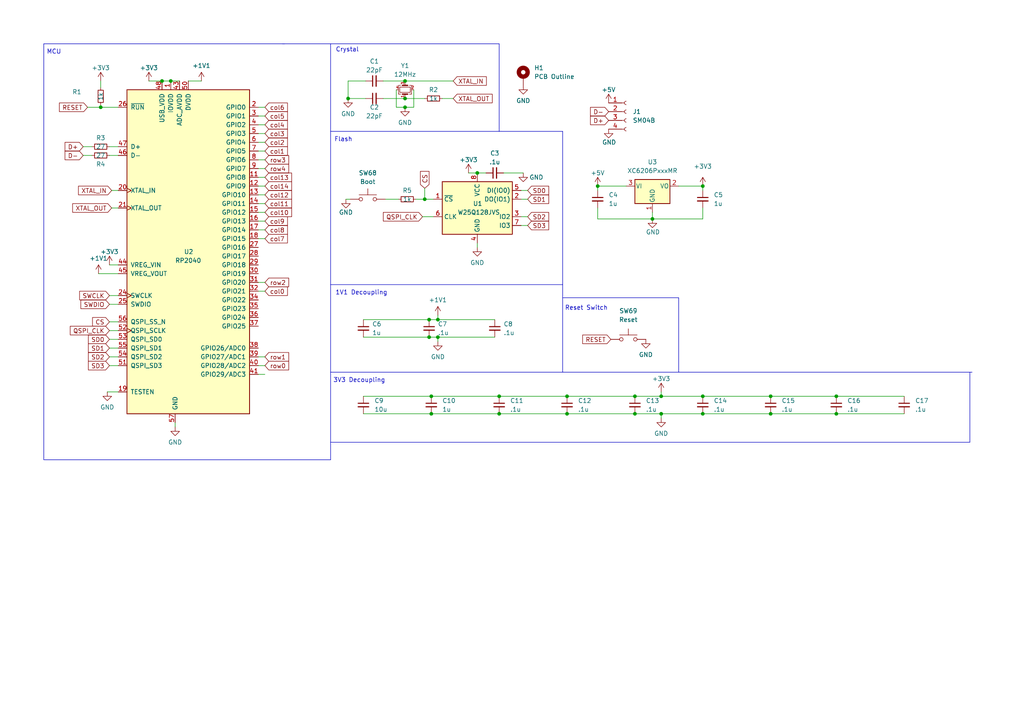
<source format=kicad_sch>
(kicad_sch (version 20230121) (generator eeschema)
  (paper "A4")
  (junction (at 25.4 -50.165))
  (junction (at 5.08 -64.77))
  (junction (at 114.3 -75.565))
  (junction (at 30.48 -102.87))
  (junction (at 50.8 -88.265))
  (junction (at 76.2 -100.965))
  (junction (at 101.6 -100.965))
  (junction (at 152.4 -62.865))
  (junction (at 152.4 -88.265))
  (junction (at 182.88 -90.17))
  (junction (at 119.38 -77.47))
  (junction (at 88.9 -75.565))
  (junction (at 81.28 -102.87))
  (junction (at 25.4 -62.865))
  (junction (at 17.78 -90.17))
  (junction (at 173.355 53.975))
  (junction (at 189.23 63.5))
  (junction (at 132.08 -64.77))
  (junction (at 50.8 -50.165))
  (junction (at 49.53 23.495))
  (junction (at 76.2 -62.865))
  (junction (at 76.2 -50.165))
  (junction (at 170.18 -102.87))
  (junction (at 114.3 -62.865))
  (junction (at 132.08 -90.17))
  (junction (at 106.68 -64.77))
  (junction (at 43.18 -77.47))
  (junction (at 223.52 114.935))
  (junction (at 152.4 -100.965))
  (junction (at 12.7 -88.265))
  (junction (at 117.475 28.575))
  (junction (at 157.48 -90.17))
  (junction (at 38.1 -62.865))
  (junction (at 30.48 -64.77))
  (junction (at 88.9 -88.265))
  (junction (at 50.8 -62.865))
  (junction (at 127 92.71))
  (junction (at 101.6 -50.165))
  (junction (at 182.88 -102.87))
  (junction (at 139.7 -100.965))
  (junction (at 38.1 -100.965))
  (junction (at 46.99 23.495))
  (junction (at 38.1 -88.265))
  (junction (at 12.7 -50.165))
  (junction (at 127 -100.965))
  (junction (at 157.48 -64.77))
  (junction (at 81.28 -90.17))
  (junction (at 138.43 50.165))
  (junction (at 93.98 -90.17))
  (junction (at 164.465 114.935))
  (junction (at 203.835 53.975))
  (junction (at 144.78 114.935))
  (junction (at 68.58 -90.17))
  (junction (at 55.88 -90.17))
  (junction (at 152.4 -50.165))
  (junction (at 191.77 114.935))
  (junction (at 119.38 -90.17))
  (junction (at 106.68 -102.87))
  (junction (at 144.78 -90.17))
  (junction (at 182.88 -64.77))
  (junction (at 68.58 -77.47))
  (junction (at 43.18 -90.17))
  (junction (at 5.08 -77.47))
  (junction (at 123.19 57.785))
  (junction (at 88.9 -100.965))
  (junction (at 50.8 -100.965))
  (junction (at 5.08 -102.87))
  (junction (at 81.28 -77.47))
  (junction (at 119.38 -102.87))
  (junction (at 139.7 -88.265))
  (junction (at 242.57 120.015))
  (junction (at 152.4 -69.85))
  (junction (at 101.6 -88.265))
  (junction (at 50.8 -75.565))
  (junction (at 223.52 120.015))
  (junction (at 164.465 120.015))
  (junction (at 144.78 -102.87))
  (junction (at 25.4 -75.565))
  (junction (at 30.48 -90.17))
  (junction (at 0 -82.55))
  (junction (at 63.5 -75.565))
  (junction (at 55.88 -77.47))
  (junction (at 124.46 92.71))
  (junction (at 114.3 -88.265))
  (junction (at 127 -62.865))
  (junction (at 125.095 120.015))
  (junction (at 38.1 -75.565))
  (junction (at 0 -100.965))
  (junction (at 127 -88.265))
  (junction (at 117.475 31.115))
  (junction (at 106.68 -90.17))
  (junction (at 144.78 120.015))
  (junction (at 12.7 -75.565))
  (junction (at 88.9 -62.865))
  (junction (at 242.57 114.935))
  (junction (at 127 -75.565))
  (junction (at 93.98 -102.87))
  (junction (at 17.78 -77.47))
  (junction (at 106.68 -77.47))
  (junction (at 76.2 -88.265))
  (junction (at 124.46 97.79))
  (junction (at 139.7 -75.565))
  (junction (at 0 -50.165))
  (junction (at 191.77 120.015))
  (junction (at 55.88 -64.77))
  (junction (at 5.08 -90.17))
  (junction (at 63.5 -62.865))
  (junction (at 0 -62.865))
  (junction (at 25.4 -88.265))
  (junction (at 184.15 120.015))
  (junction (at 29.21 31.115))
  (junction (at 0 -75.565))
  (junction (at 184.15 114.935))
  (junction (at 132.08 -77.47))
  (junction (at 203.835 120.015))
  (junction (at 12.7 -100.965))
  (junction (at 63.5 -88.265))
  (junction (at 114.3 -100.965))
  (junction (at 81.28 -64.77))
  (junction (at 68.58 -102.87))
  (junction (at 43.18 -102.87))
  (junction (at 100.965 28.575))
  (junction (at 177.8 -107.95))
  (junction (at 93.98 -77.47))
  (junction (at 125.095 114.935))
  (junction (at 101.6 -62.865))
  (junction (at 127 97.79))
  (junction (at 76.2 -75.565))
  (junction (at 25.4 -100.965))
  (junction (at 0 -88.265))
  (junction (at 127 -50.165))
  (junction (at 63.5 -100.965))
  (junction (at 117.475 23.495))
  (junction (at 17.78 -64.77))
  (junction (at 30.48 -77.47))
  (junction (at 203.835 114.935))
  (junction (at 17.78 -102.87))
  (junction (at 132.08 -102.87))
  (junction (at 12.7 -62.865))
  (junction (at 157.48 -102.87))
  (junction (at 165.1 -100.965))
  (junction (at 101.6 -75.565))
  (junction (at 55.88 -102.87))
  (wire (pts (xy 74.93 48.895) (xy 76.835 48.895)))
  (wire (pts (xy 138.43 50.165) (xy 140.97 50.165)))
  (wire (pts (xy 139.7 -75.565) (xy 165.1 -75.565)))
  (wire (pts (xy -6.35 -62.865) (xy 0 -62.865)))
  (wire (pts (xy 173.355 53.975) (xy 181.61 53.975)))
  (wire (pts (xy 74.93 43.815) (xy 76.835 43.815)))
  (wire (pts (xy 0 -62.865) (xy 12.7 -62.865)))
  (wire (pts (xy 165.1 -82.55) (xy 165.1 -80.645)))
  (wire (pts (xy 0 -75.565) (xy 12.7 -75.565)))
  (wire (pts (xy 203.835 120.015) (xy 223.52 120.015)))
  (polyline (pts (xy 281.305 128.27) (xy 95.885 128.27)))
  (wire (pts (xy 157.48 -64.77) (xy 160.02 -64.77)))
  (wire (pts (xy 127 -95.25) (xy 127 -93.345)))
  (wire (pts (xy 93.98 -90.17) (xy 93.98 -77.47)))
  (wire (pts (xy 38.1 -100.965) (xy 50.8 -100.965)))
  (wire (pts (xy 152.4 -95.25) (xy 152.4 -93.345)))
  (wire (pts (xy 152.4 -69.85) (xy 152.4 -67.945)))
  (wire (pts (xy 182.88 -114.3) (xy 182.88 -102.87)))
  (polyline (pts (xy 95.885 12.7) (xy 144.78 12.7)))
  (wire (pts (xy 12.7 -62.865) (xy 25.4 -62.865)))
  (wire (pts (xy 127 92.71) (xy 143.51 92.71)))
  (wire (pts (xy 25.4 -95.25) (xy 25.4 -93.345)))
  (wire (pts (xy 111.76 57.785) (xy 115.57 57.785)))
  (wire (pts (xy 74.93 59.055) (xy 76.835 59.055)))
  (wire (pts (xy 63.5 -100.965) (xy 76.2 -100.965)))
  (wire (pts (xy 81.28 -64.77) (xy 81.28 -52.07)))
  (wire (pts (xy 50.8 -100.965) (xy 63.5 -100.965)))
  (wire (pts (xy 93.98 -114.3) (xy 93.98 -102.87)))
  (wire (pts (xy 31.75 103.505) (xy 34.29 103.505)))
  (wire (pts (xy 38.1 -95.25) (xy 38.1 -93.345)))
  (polyline (pts (xy 95.885 12.7) (xy 95.885 133.35)))
  (wire (pts (xy 151.13 55.245) (xy 153.035 55.245)))
  (wire (pts (xy 101.6 -88.265) (xy 114.3 -88.265)))
  (wire (pts (xy 63.5 -107.95) (xy 63.5 -106.045)))
  (wire (pts (xy 114.3 -75.565) (xy 127 -75.565)))
  (wire (pts (xy 151.13 62.865) (xy 153.035 62.865)))
  (wire (pts (xy 76.2 -95.25) (xy 76.2 -93.345)))
  (wire (pts (xy 173.355 63.5) (xy 189.23 63.5)))
  (wire (pts (xy 123.19 57.785) (xy 125.73 57.785)))
  (wire (pts (xy 196.85 53.975) (xy 203.835 53.975)))
  (wire (pts (xy 63.5 -75.565) (xy 76.2 -75.565)))
  (wire (pts (xy 81.28 -102.87) (xy 81.28 -90.17)))
  (wire (pts (xy 101.6 -100.965) (xy 114.3 -100.965)))
  (wire (pts (xy 74.93 38.735) (xy 76.835 38.735)))
  (polyline (pts (xy 144.78 38.1) (xy 163.195 38.1)))
  (wire (pts (xy 25.4 -57.15) (xy 25.4 -55.245)))
  (polyline (pts (xy 82.55 133.35) (xy 12.7 133.35)))
  (wire (pts (xy 76.2 -82.55) (xy 76.2 -80.645)))
  (wire (pts (xy 17.78 -90.17) (xy 17.78 -77.47)))
  (wire (pts (xy 127 -69.85) (xy 127 -67.945)))
  (wire (pts (xy 114.3 -69.85) (xy 114.3 -67.945)))
  (wire (pts (xy 63.5 -69.85) (xy 63.5 -67.945)))
  (wire (pts (xy 132.08 -114.3) (xy 132.08 -102.87)))
  (wire (pts (xy 138.43 70.485) (xy 138.43 71.755)))
  (wire (pts (xy 120.65 57.785) (xy 123.19 57.785)))
  (wire (pts (xy 74.93 33.655) (xy 76.835 33.655)))
  (wire (pts (xy 31.75 88.265) (xy 34.29 88.265)))
  (wire (pts (xy 25.4 31.115) (xy 29.21 31.115)))
  (wire (pts (xy 74.93 61.595) (xy 76.835 61.595)))
  (wire (pts (xy 203.835 63.5) (xy 203.835 60.325)))
  (wire (pts (xy 88.9 -82.55) (xy 88.9 -80.645)))
  (wire (pts (xy 17.78 -77.47) (xy 17.78 -64.77)))
  (polyline (pts (xy 144.78 12.7) (xy 144.78 38.1)))
  (wire (pts (xy 144.78 -114.3) (xy 144.78 -102.87)))
  (polyline (pts (xy 144.78 38.1) (xy 95.885 38.1)))
  (wire (pts (xy 100.965 28.575) (xy 100.965 23.495)))
  (wire (pts (xy 31.75 45.085) (xy 34.29 45.085)))
  (wire (pts (xy 76.2 -57.15) (xy 76.2 -55.245)))
  (wire (pts (xy 74.93 106.045) (xy 76.835 106.045)))
  (wire (pts (xy 30.48 -90.17) (xy 30.48 -77.47)))
  (wire (pts (xy 184.15 120.015) (xy 191.77 120.015)))
  (wire (pts (xy 74.93 36.195) (xy 76.835 36.195)))
  (wire (pts (xy 55.88 -77.47) (xy 55.88 -64.77)))
  (wire (pts (xy 74.93 53.975) (xy 76.835 53.975)))
  (wire (pts (xy 124.46 92.71) (xy 127 92.71)))
  (wire (pts (xy 170.18 -114.3) (xy 170.18 -102.87)))
  (wire (pts (xy 101.6 -107.95) (xy 101.6 -106.045)))
  (wire (pts (xy 139.7 -107.95) (xy 139.7 -106.045)))
  (wire (pts (xy 5.08 -102.87) (xy 5.08 -90.17)))
  (polyline (pts (xy 82.55 133.35) (xy 95.885 133.35)))
  (wire (pts (xy 50.8 -82.55) (xy 50.8 -80.645)))
  (wire (pts (xy 127 -57.15) (xy 127 -55.245)))
  (wire (pts (xy 144.78 -90.17) (xy 144.78 -77.47)))
  (wire (pts (xy 111.125 23.495) (xy 117.475 23.495)))
  (wire (pts (xy 88.9 -100.965) (xy 101.6 -100.965)))
  (wire (pts (xy 30.48 -77.47) (xy 30.48 -64.77)))
  (wire (pts (xy 101.6 -69.85) (xy 101.6 -67.945)))
  (wire (pts (xy 5.08 -114.3) (xy 5.08 -102.87)))
  (wire (pts (xy 50.8 -50.165) (xy 76.2 -50.165)))
  (wire (pts (xy 177.8 -107.95) (xy 177.8 -106.045)))
  (wire (pts (xy 50.8 -69.85) (xy 50.8 -67.945)))
  (polyline (pts (xy 163.195 107.95) (xy 281.94 107.95)))
  (wire (pts (xy 63.5 -62.865) (xy 76.2 -62.865)))
  (wire (pts (xy 111.125 28.575) (xy 117.475 28.575)))
  (wire (pts (xy 139.7 -95.25) (xy 139.7 -93.345)))
  (wire (pts (xy 38.1 -82.55) (xy 38.1 -80.645)))
  (wire (pts (xy 74.93 64.135) (xy 76.835 64.135)))
  (wire (pts (xy 63.5 -82.55) (xy 63.5 -80.645)))
  (wire (pts (xy 152.4 -107.95) (xy 152.4 -106.045)))
  (wire (pts (xy 132.08 -102.87) (xy 132.08 -90.17)))
  (wire (pts (xy 124.46 97.79) (xy 127 97.79)))
  (wire (pts (xy 12.7 -57.15) (xy 12.7 -55.245)))
  (wire (pts (xy 17.78 -102.87) (xy 17.78 -90.17)))
  (wire (pts (xy 50.8 -88.265) (xy 63.5 -88.265)))
  (wire (pts (xy 74.93 31.115) (xy 76.835 31.115)))
  (wire (pts (xy 177.8 -69.85) (xy 177.8 -67.945)))
  (wire (pts (xy 74.93 66.675) (xy 76.835 66.675)))
  (wire (pts (xy 50.8 -107.95) (xy 50.8 -106.045)))
  (polyline (pts (xy 163.195 38.1) (xy 163.195 82.55)))
  (wire (pts (xy 12.7 -75.565) (xy 25.4 -75.565)))
  (wire (pts (xy 76.2 -75.565) (xy 88.9 -75.565)))
  (wire (pts (xy 46.99 23.495) (xy 49.53 23.495)))
  (wire (pts (xy 74.93 46.355) (xy 76.835 46.355)))
  (wire (pts (xy 12.7 -82.55) (xy 12.7 -80.645)))
  (wire (pts (xy 139.7 -82.55) (xy 139.7 -80.645)))
  (wire (pts (xy 120.015 31.115) (xy 117.475 31.115)))
  (wire (pts (xy 17.78 -64.77) (xy 17.78 -52.07)))
  (wire (pts (xy 12.7 -107.95) (xy 12.7 -106.045)))
  (wire (pts (xy 74.93 69.215) (xy 76.835 69.215)))
  (wire (pts (xy 55.88 -64.77) (xy 55.88 -52.07)))
  (wire (pts (xy 25.4 -75.565) (xy 38.1 -75.565)))
  (wire (pts (xy 106.68 -64.77) (xy 106.68 -52.07)))
  (wire (pts (xy 100.965 23.495) (xy 106.045 23.495)))
  (wire (pts (xy 5.08 -77.47) (xy 5.08 -64.77)))
  (wire (pts (xy -6.35 -100.965) (xy 0 -100.965)))
  (wire (pts (xy 165.1 -107.95) (xy 165.1 -106.045)))
  (wire (pts (xy 105.41 120.015) (xy 125.095 120.015)))
  (wire (pts (xy 182.88 -90.17) (xy 182.88 -64.77)))
  (wire (pts (xy 152.4 -100.965) (xy 165.1 -100.965)))
  (wire (pts (xy 0 -69.85) (xy 0 -67.945)))
  (wire (pts (xy 106.68 -90.17) (xy 106.68 -77.47)))
  (wire (pts (xy 152.4 -57.15) (xy 152.4 -55.245)))
  (wire (pts (xy 203.835 114.935) (xy 223.52 114.935)))
  (wire (pts (xy 157.48 -64.77) (xy 157.48 -52.07)))
  (wire (pts (xy 152.4 -62.865) (xy 177.8 -62.865)))
  (wire (pts (xy 125.095 114.935) (xy 144.78 114.935)))
  (wire (pts (xy 43.18 23.495) (xy 46.99 23.495)))
  (wire (pts (xy 38.1 -69.85) (xy 38.1 -67.945)))
  (wire (pts (xy 151.13 57.785) (xy 153.035 57.785)))
  (wire (pts (xy 50.8 -95.25) (xy 50.8 -93.345)))
  (wire (pts (xy 144.78 114.935) (xy 164.465 114.935)))
  (wire (pts (xy 127 -88.265) (xy 139.7 -88.265)))
  (wire (pts (xy 120.015 26.035) (xy 120.015 31.115)))
  (wire (pts (xy 114.3 -88.265) (xy 127 -88.265)))
  (polyline (pts (xy 163.195 86.36) (xy 196.85 86.36)))
  (wire (pts (xy 127 97.79) (xy 143.51 97.79)))
  (wire (pts (xy 170.18 -102.87) (xy 170.18 -77.47)))
  (wire (pts (xy 0 -57.15) (xy 0 -55.245)))
  (wire (pts (xy -6.35 -50.165) (xy 0 -50.165)))
  (wire (pts (xy 43.18 -77.47) (xy 43.18 -64.77)))
  (wire (pts (xy 63.5 -95.25) (xy 63.5 -93.345)))
  (wire (pts (xy 25.4 -82.55) (xy 25.4 -80.645)))
  (wire (pts (xy 184.15 114.935) (xy 191.77 114.935)))
  (wire (pts (xy 191.77 120.015) (xy 203.835 120.015)))
  (wire (pts (xy 31.75 98.425) (xy 34.29 98.425)))
  (wire (pts (xy 74.93 51.435) (xy 76.835 51.435)))
  (wire (pts (xy 38.1 -62.865) (xy 50.8 -62.865)))
  (wire (pts (xy 81.28 -77.47) (xy 81.28 -64.77)))
  (wire (pts (xy 164.465 120.015) (xy 184.15 120.015)))
  (wire (pts (xy 100.965 28.575) (xy 106.045 28.575)))
  (wire (pts (xy 76.2 -69.85) (xy 76.2 -67.945)))
  (wire (pts (xy 191.77 121.285) (xy 191.77 120.015)))
  (wire (pts (xy 177.8 -57.15) (xy 177.8 -55.245)))
  (wire (pts (xy 189.23 63.5) (xy 203.835 63.5)))
  (polyline (pts (xy 281.305 107.95) (xy 281.305 128.27)))
  (polyline (pts (xy 163.195 82.55) (xy 163.195 107.95)))
  (wire (pts (xy 135.89 50.165) (xy 138.43 50.165)))
  (wire (pts (xy 105.41 114.935) (xy 125.095 114.935)))
  (wire (pts (xy 132.08 -64.77) (xy 132.08 -52.07)))
  (wire (pts (xy 191.77 113.665) (xy 191.77 114.935)))
  (wire (pts (xy 101.6 -62.865) (xy 114.3 -62.865)))
  (polyline (pts (xy 12.7 12.7) (xy 82.55 12.7)))
  (wire (pts (xy 132.08 -77.47) (xy 132.08 -64.77)))
  (wire (pts (xy 29.21 23.495) (xy 29.21 25.4)))
  (wire (pts (xy 12.7 -69.85) (xy 12.7 -67.945)))
  (wire (pts (xy 50.8 -57.15) (xy 50.8 -55.245)))
  (wire (pts (xy 114.3 -100.965) (xy 127 -100.965)))
  (wire (pts (xy 127 -100.965) (xy 139.7 -100.965)))
  (wire (pts (xy 0 -50.165) (xy 12.7 -50.165)))
  (wire (pts (xy 74.93 103.505) (xy 76.835 103.505)))
  (wire (pts (xy 43.18 -114.3) (xy 43.18 -102.87)))
  (wire (pts (xy 50.8 -62.865) (xy 63.5 -62.865)))
  (wire (pts (xy 165.1 -100.965) (xy 177.8 -100.965)))
  (wire (pts (xy 152.4 -88.265) (xy 177.8 -88.265)))
  (wire (pts (xy 151.13 65.405) (xy 153.035 65.405)))
  (wire (pts (xy 152.4 -69.85) (xy 154.94 -69.85)))
  (wire (pts (xy 105.41 97.79) (xy 124.46 97.79)))
  (wire (pts (xy 203.835 53.975) (xy 203.835 55.245)))
  (wire (pts (xy 5.08 -77.47) (xy 8.255 -77.47)))
  (wire (pts (xy 31.75 42.545) (xy 34.29 42.545)))
  (wire (pts (xy 0 -100.965) (xy 12.7 -100.965)))
  (wire (pts (xy 76.2 -50.165) (xy 101.6 -50.165)))
  (wire (pts (xy 223.52 114.935) (xy 242.57 114.935)))
  (wire (pts (xy 74.93 81.915) (xy 76.835 81.915)))
  (wire (pts (xy 74.93 108.585) (xy 76.835 108.585)))
  (polyline (pts (xy 163.195 82.55) (xy 95.885 82.55)))
  (wire (pts (xy 114.935 26.035) (xy 114.935 31.115)))
  (wire (pts (xy 76.2 -88.265) (xy 88.9 -88.265)))
  (wire (pts (xy 12.7 -95.25) (xy 12.7 -93.345)))
  (wire (pts (xy 12.7 -50.165) (xy 25.4 -50.165)))
  (wire (pts (xy 152.4 -50.165) (xy 177.8 -50.165)))
  (wire (pts (xy 182.88 -102.87) (xy 182.88 -90.17)))
  (wire (pts (xy 31.75 106.045) (xy 34.29 106.045)))
  (wire (pts (xy 17.78 -114.3) (xy 17.78 -102.87)))
  (wire (pts (xy 68.58 -114.3) (xy 68.58 -102.87)))
  (wire (pts (xy 127 -62.865) (xy 152.4 -62.865)))
  (wire (pts (xy 76.2 -107.95) (xy 76.2 -106.045)))
  (wire (pts (xy -6.35 -88.265) (xy 0 -88.265)))
  (wire (pts (xy 101.6 -95.25) (xy 101.6 -93.345)))
  (wire (pts (xy 55.88 -102.87) (xy 55.88 -90.17)))
  (wire (pts (xy 76.2 -62.865) (xy 88.9 -62.865)))
  (wire (pts (xy 0 -82.55) (xy 0 -80.645)))
  (wire (pts (xy 31.75 95.885) (xy 34.29 95.885)))
  (wire (pts (xy 5.08 -90.17) (xy 5.08 -77.47)))
  (wire (pts (xy 49.53 23.495) (xy 52.07 23.495)))
  (wire (pts (xy 144.78 -102.87) (xy 144.78 -90.17)))
  (wire (pts (xy -6.35 -75.565) (xy 0 -75.565)))
  (wire (pts (xy 5.08 -64.77) (xy 5.08 -52.07)))
  (wire (pts (xy 101.6 -50.165) (xy 127 -50.165)))
  (wire (pts (xy 31.75 100.965) (xy 34.29 100.965)))
  (wire (pts (xy 119.38 -90.17) (xy 119.38 -77.47)))
  (wire (pts (xy 30.48 -102.87) (xy 30.48 -90.17)))
  (wire (pts (xy 50.8 -75.565) (xy 63.5 -75.565)))
  (wire (pts (xy 25.4 -100.965) (xy 38.1 -100.965)))
  (wire (pts (xy 119.38 -77.47) (xy 119.38 -64.77)))
  (wire (pts (xy 127 -50.165) (xy 152.4 -50.165)))
  (wire (pts (xy 74.93 41.275) (xy 76.835 41.275)))
  (wire (pts (xy 88.9 -95.25) (xy 88.9 -93.345)))
  (wire (pts (xy 173.355 53.975) (xy 173.355 55.245)))
  (wire (pts (xy 68.58 -90.17) (xy 68.58 -77.47)))
  (wire (pts (xy 54.61 23.495) (xy 58.42 23.495)))
  (wire (pts (xy 114.3 -107.95) (xy 114.3 -106.045)))
  (wire (pts (xy 43.18 -102.87) (xy 43.18 -90.17)))
  (wire (pts (xy 25.4 -62.865) (xy 38.1 -62.865)))
  (wire (pts (xy 43.18 -90.17) (xy 43.18 -77.47)))
  (wire (pts (xy 105.41 92.71) (xy 124.46 92.71)))
  (wire (pts (xy 55.88 -90.17) (xy 55.88 -77.47)))
  (wire (pts (xy 173.355 60.325) (xy 173.355 63.5)))
  (polyline (pts (xy 196.85 86.36) (xy 196.85 107.95)))
  (wire (pts (xy 38.1 -75.565) (xy 50.8 -75.565)))
  (wire (pts (xy 132.08 -90.17) (xy 132.08 -77.47)))
  (wire (pts (xy 88.9 -88.265) (xy 101.6 -88.265)))
  (wire (pts (xy 25.4 -50.165) (xy 50.8 -50.165)))
  (wire (pts (xy 31.115 113.665) (xy 34.29 113.665)))
  (wire (pts (xy 101.6 -75.565) (xy 114.3 -75.565)))
  (wire (pts (xy 25.4 -88.265) (xy 38.1 -88.265)))
  (wire (pts (xy 114.3 -82.55) (xy 114.3 -80.645)))
  (wire (pts (xy 119.38 -102.87) (xy 119.38 -90.17)))
  (wire (pts (xy 114.935 31.115) (xy 117.475 31.115)))
  (wire (pts (xy 122.555 62.865) (xy 125.73 62.865)))
  (wire (pts (xy 0 -82.55) (xy 3.175 -82.55)))
  (wire (pts (xy 24.13 45.085) (xy 26.67 45.085)))
  (wire (pts (xy 88.9 -107.95) (xy 88.9 -106.045)))
  (wire (pts (xy 50.8 122.555) (xy 50.8 123.825)))
  (wire (pts (xy 25.4 -69.85) (xy 25.4 -67.945)))
  (polyline (pts (xy 95.885 107.95) (xy 163.195 107.95)))
  (polyline (pts (xy 81.915 12.7) (xy 95.885 12.7)))
  (wire (pts (xy 63.5 -88.265) (xy 76.2 -88.265)))
  (wire (pts (xy 93.98 -102.87) (xy 93.98 -90.17)))
  (wire (pts (xy 28.575 79.375) (xy 34.29 79.375)))
  (wire (pts (xy 157.48 -114.3) (xy 157.48 -102.87)))
  (wire (pts (xy 76.2 -100.965) (xy 88.9 -100.965)))
  (wire (pts (xy 32.385 55.245) (xy 34.29 55.245)))
  (wire (pts (xy 127 -82.55) (xy 127 -80.645)))
  (wire (pts (xy 223.52 120.015) (xy 242.57 120.015)))
  (polyline (pts (xy 12.7 12.7) (xy 12.7 133.35)))
  (wire (pts (xy 38.1 -107.95) (xy 38.1 -106.045)))
  (wire (pts (xy 177.8 -95.25) (xy 177.8 -93.345)))
  (wire (pts (xy 119.38 -114.3) (xy 119.38 -102.87)))
  (wire (pts (xy 31.75 93.345) (xy 34.29 93.345)))
  (wire (pts (xy 191.77 114.935) (xy 203.835 114.935)))
  (wire (pts (xy 12.7 -88.265) (xy 25.4 -88.265)))
  (wire (pts (xy 114.3 -62.865) (xy 127 -62.865)))
  (wire (pts (xy 93.98 -77.47) (xy 93.98 -64.77)))
  (wire (pts (xy 30.48 -114.3) (xy 30.48 -102.87)))
  (wire (pts (xy 29.21 30.48) (xy 29.21 31.115)))
  (wire (pts (xy 101.6 -57.15) (xy 101.6 -55.245)))
  (wire (pts (xy 100.33 57.785) (xy 101.6 57.785)))
  (wire (pts (xy 117.475 28.575) (xy 123.19 28.575)))
  (wire (pts (xy 242.57 114.935) (xy 262.255 114.935)))
  (wire (pts (xy 74.93 56.515) (xy 76.835 56.515)))
  (wire (pts (xy 29.21 31.115) (xy 34.29 31.115)))
  (wire (pts (xy 24.13 42.545) (xy 26.67 42.545)))
  (wire (pts (xy 32.385 60.325) (xy 34.29 60.325)))
  (wire (pts (xy 106.68 -77.47) (xy 106.68 -64.77)))
  (wire (pts (xy 144.78 120.015) (xy 164.465 120.015)))
  (wire (pts (xy 88.9 -69.85) (xy 88.9 -67.945)))
  (wire (pts (xy 0 -88.265) (xy 12.7 -88.265)))
  (wire (pts (xy 81.28 -114.3) (xy 81.28 -102.87)))
  (wire (pts (xy 38.1 -88.265) (xy 50.8 -88.265)))
  (wire (pts (xy 128.27 28.575) (xy 131.445 28.575)))
  (wire (pts (xy 123.19 54.61) (xy 123.19 57.785)))
  (wire (pts (xy 88.9 -75.565) (xy 101.6 -75.565)))
  (wire (pts (xy 127 91.44) (xy 127 92.71)))
  (wire (pts (xy 164.465 114.935) (xy 184.15 114.935)))
  (wire (pts (xy 31.75 76.835) (xy 34.29 76.835)))
  (wire (pts (xy 157.48 -102.87) (xy 157.48 -90.17)))
  (wire (pts (xy 31.75 85.725) (xy 34.29 85.725)))
  (wire (pts (xy 139.7 -100.965) (xy 152.4 -100.965)))
  (wire (pts (xy 182.88 -64.77) (xy 182.88 -52.07)))
  (wire (pts (xy 127 -75.565) (xy 139.7 -75.565)))
  (wire (pts (xy 106.68 -102.87) (xy 106.68 -90.17)))
  (wire (pts (xy 177.8 -107.95) (xy 180.34 -107.95)))
  (wire (pts (xy 146.05 50.165) (xy 151.765 50.165)))
  (wire (pts (xy 68.58 -102.87) (xy 68.58 -90.17)))
  (wire (pts (xy 68.58 -77.47) (xy 68.58 -64.77)))
  (wire (pts (xy 182.88 -102.87) (xy 185.42 -102.87)))
  (wire (pts (xy 0 -95.25) (xy 0 -93.345)))
  (wire (pts (xy 114.3 -95.25) (xy 114.3 -93.345)))
  (wire (pts (xy 117.475 23.495) (xy 131.445 23.495)))
  (wire (pts (xy 74.93 84.455) (xy 76.835 84.455)))
  (wire (pts (xy 242.57 120.015) (xy 262.255 120.015)))
  (wire (pts (xy 55.88 -114.3) (xy 55.88 -102.87)))
  (wire (pts (xy 101.6 -82.55) (xy 101.6 -80.645)))
  (wire (pts (xy 189.23 61.595) (xy 189.23 63.5)))
  (wire (pts (xy 88.9 -62.865) (xy 101.6 -62.865)))
  (wire (pts (xy 30.48 -64.77) (xy 30.48 -52.07)))
  (wire (pts (xy 106.68 -114.3) (xy 106.68 -102.87)))
  (wire (pts (xy 157.48 -90.17) (xy 157.48 -64.77)))
  (wire (pts (xy 12.7 -100.965) (xy 25.4 -100.965)))
  (wire (pts (xy 0 -107.95) (xy 0 -106.045)))
  (wire (pts (xy 81.28 -90.17) (xy 81.28 -77.47)))
  (wire (pts (xy 125.095 120.015) (xy 144.78 120.015)))
  (wire (pts (xy 25.4 -107.95) (xy 25.4 -106.045)))
  (wire (pts (xy 127 97.79) (xy 127 99.06)))
  (wire (pts (xy 127 -107.95) (xy 127 -106.045)))
  (wire (pts (xy 139.7 -88.265) (xy 152.4 -88.265)))
  (text "Crystal\n" (at 104.14 15.24 0) (effects (font (size 1.27 1.27)) (justify right bottom)))
  (text "MCU\n" (at 17.78 15.875 0) (effects (font (size 1.27 1.27)) (justify right bottom)))
  (text "Flash\n" (at 102.235 41.275 0) (effects (font (size 1.27 1.27)) (justify right bottom)))
  (text "3V3 Decoupling" (at 111.76 111.125 0) (effects (font (size 1.27 1.27)) (justify right bottom)))
  (text "1V1 Decoupling" (at 112.395 85.725 0) (effects (font (size 1.27 1.27)) (justify right bottom)))
  (text "Reset Switch" (at 163.83 90.17 0) (effects (font (size 1.27 1.27)) (justify left bottom)))
  (global_label "row4" (shape input) (at -6.35 -50.165 180) (property "Intersheetrefs" "${INTERSHEET_REFS}" (effects hide)))
  (global_label "col12" (shape input) (at 76.835 56.515 0) (property "Intersheetrefs" "${INTERSHEET_REFS}" (effects hide)))
  (global_label "row1" (shape input) (at 76.835 103.505 0) (property "Intersheetrefs" "${INTERSHEET_REFS}" (effects hide)))
  (global_label "D-" (shape input) (at 24.13 45.085 180) (property "Intersheetrefs" "${INTERSHEET_REFS}" (effects hide)))
  (global_label "row3" (shape input) (at -6.35 -62.865 180) (property "Intersheetrefs" "${INTERSHEET_REFS}" (effects hide)))
  (global_label "col2" (shape input) (at 30.48 -114.3 0) (property "Intersheetrefs" "${INTERSHEET_REFS}" (effects hide)))
  (global_label "col3" (shape input) (at 43.18 -114.3 0) (property "Intersheetrefs" "${INTERSHEET_REFS}" (effects hide)))
  (global_label "col9" (shape input) (at 76.835 64.135 0) (property "Intersheetrefs" "${INTERSHEET_REFS}" (effects hide)))
  (global_label "col14" (shape input) (at 182.88 -114.3 0) (property "Intersheetrefs" "${INTERSHEET_REFS}" (effects hide)))
  (global_label "row0" (shape input) (at 76.835 106.045 0) (property "Intersheetrefs" "${INTERSHEET_REFS}" (effects hide)))
  (global_label "XTAL_IN" (shape input) (at 131.445 23.495 0) (property "Intersheetrefs" "${INTERSHEET_REFS}" (effects hide)))
  (global_label "col5" (shape input) (at 68.58 -114.3 0) (property "Intersheetrefs" "${INTERSHEET_REFS}" (effects hide)))
  (global_label "SWDIO" (shape input) (at 31.75 88.265 180) (property "Intersheetrefs" "${INTERSHEET_REFS}" (effects hide)))
  (global_label "col8" (shape input) (at 106.68 -114.3 0) (property "Intersheetrefs" "${INTERSHEET_REFS}" (effects hide)))
  (global_label "XTAL_OUT" (shape input) (at 32.385 60.325 180) (property "Intersheetrefs" "${INTERSHEET_REFS}" (effects hide)))
  (global_label "SD3" (shape input) (at 31.75 106.045 180) (property "Intersheetrefs" "${INTERSHEET_REFS}" (effects hide)))
  (global_label "col10" (shape input) (at 132.08 -114.3 0) (property "Intersheetrefs" "${INTERSHEET_REFS}" (effects hide)))
  (global_label "col6" (shape input) (at 76.835 31.115 0) (property "Intersheetrefs" "${INTERSHEET_REFS}" (effects hide)))
  (global_label "row3" (shape input) (at 76.835 46.355 0) (property "Intersheetrefs" "${INTERSHEET_REFS}" (effects hide)))
  (global_label "col11" (shape input) (at 144.78 -114.3 0) (property "Intersheetrefs" "${INTERSHEET_REFS}" (effects hide)))
  (global_label "col4" (shape input) (at 76.835 36.195 0) (property "Intersheetrefs" "${INTERSHEET_REFS}" (effects hide)))
  (global_label "SD1" (shape input) (at 153.035 57.785 0) (property "Intersheetrefs" "${INTERSHEET_REFS}" (effects hide)))
  (global_label "D+" (shape input) (at 176.53 34.925 180) (property "Intersheetrefs" "${INTERSHEET_REFS}" (effects hide)))
  (global_label "QSPI_CLK" (shape input) (at 31.75 95.885 180) (property "Intersheetrefs" "${INTERSHEET_REFS}" (effects hide)))
  (global_label "SD0" (shape input) (at 31.75 98.425 180) (property "Intersheetrefs" "${INTERSHEET_REFS}" (effects hide)))
  (global_label "col11" (shape input) (at 76.835 59.055 0) (property "Intersheetrefs" "${INTERSHEET_REFS}" (effects hide)))
  (global_label "XTAL_IN" (shape input) (at 32.385 55.245 180) (property "Intersheetrefs" "${INTERSHEET_REFS}" (effects hide)))
  (global_label "col13" (shape input) (at 76.835 51.435 0) (property "Intersheetrefs" "${INTERSHEET_REFS}" (effects hide)))
  (global_label "col1" (shape input) (at 76.835 43.815 0) (property "Intersheetrefs" "${INTERSHEET_REFS}" (effects hide)))
  (global_label "col10" (shape input) (at 76.835 61.595 0) (property "Intersheetrefs" "${INTERSHEET_REFS}" (effects hide)))
  (global_label "col13" (shape input) (at 170.18 -114.3 0) (property "Intersheetrefs" "${INTERSHEET_REFS}" (effects hide)))
  (global_label "col12" (shape input) (at 157.48 -114.3 0) (property "Intersheetrefs" "${INTERSHEET_REFS}" (effects hide)))
  (global_label "col2" (shape input) (at 76.835 41.275 0) (property "Intersheetrefs" "${INTERSHEET_REFS}" (effects hide)))
  (global_label "row1" (shape input) (at -6.35 -88.265 180) (property "Intersheetrefs" "${INTERSHEET_REFS}" (effects hide)))
  (global_label "col7" (shape input) (at 76.835 69.215 0) (property "Intersheetrefs" "${INTERSHEET_REFS}" (effects hide)))
  (global_label "row4" (shape input) (at 76.835 48.895 0) (property "Intersheetrefs" "${INTERSHEET_REFS}" (effects hide)))
  (global_label "SD0" (shape input) (at 153.035 55.245 0) (property "Intersheetrefs" "${INTERSHEET_REFS}" (effects hide)))
  (global_label "row0" (shape input) (at -6.35 -100.965 180) (property "Intersheetrefs" "${INTERSHEET_REFS}" (effects hide)))
  (global_label "RESET" (shape input) (at 25.4 31.115 180) (property "Intersheetrefs" "${INTERSHEET_REFS}" (effects hide)))
  (global_label "col14" (shape input) (at 76.835 53.975 0) (property "Intersheetrefs" "${INTERSHEET_REFS}" (effects hide)))
  (global_label "SD2" (shape input) (at 153.035 62.865 0) (property "Intersheetrefs" "${INTERSHEET_REFS}" (effects hide)))
  (global_label "col6" (shape input) (at 81.28 -114.3 0) (property "Intersheetrefs" "${INTERSHEET_REFS}" (effects hide)))
  (global_label "col0" (shape input) (at 5.08 -114.3 0) (property "Intersheetrefs" "${INTERSHEET_REFS}" (effects hide)))
  (global_label "SWCLK" (shape input) (at 31.75 85.725 180) (property "Intersheetrefs" "${INTERSHEET_REFS}" (effects hide)))
  (global_label "RESET" (shape input) (at 177.165 98.425 180) (property "Intersheetrefs" "${INTERSHEET_REFS}" (effects hide)))
  (global_label "D+" (shape input) (at 24.13 42.545 180) (property "Intersheetrefs" "${INTERSHEET_REFS}" (effects hide)))
  (global_label "col8" (shape input) (at 76.835 66.675 0) (property "Intersheetrefs" "${INTERSHEET_REFS}" (effects hide)))
  (global_label "SD3" (shape input) (at 153.035 65.405 0) (property "Intersheetrefs" "${INTERSHEET_REFS}" (effects hide)))
  (global_label "col4" (shape input) (at 55.88 -114.3 0) (property "Intersheetrefs" "${INTERSHEET_REFS}" (effects hide)))
  (global_label "CS" (shape input) (at 123.19 54.61 90) (property "Intersheetrefs" "${INTERSHEET_REFS}" (effects hide)))
  (global_label "row2" (shape input) (at -6.35 -75.565 180) (property "Intersheetrefs" "${INTERSHEET_REFS}" (effects hide)))
  (global_label "row2" (shape input) (at 76.835 81.915 0) (property "Intersheetrefs" "${INTERSHEET_REFS}" (effects hide)))
  (global_label "QSPI_CLK" (shape input) (at 122.555 62.865 180) (property "Intersheetrefs" "${INTERSHEET_REFS}" (effects hide)))
  (global_label "CS" (shape input) (at 31.75 93.345 180) (property "Intersheetrefs" "${INTERSHEET_REFS}" (effects hide)))
  (global_label "col7" (shape input) (at 93.98 -114.3 0) (property "Intersheetrefs" "${INTERSHEET_REFS}" (effects hide)))
  (global_label "D-" (shape input) (at 176.53 32.385 180) (property "Intersheetrefs" "${INTERSHEET_REFS}" (effects hide)))
  (global_label "SD1" (shape input) (at 31.75 100.965 180) (property "Intersheetrefs" "${INTERSHEET_REFS}" (effects hide)))
  (global_label "col0" (shape input) (at 76.835 84.455 0) (property "Intersheetrefs" "${INTERSHEET_REFS}" (effects hide)))
  (global_label "col5" (shape input) (at 76.835 33.655 0) (property "Intersheetrefs" "${INTERSHEET_REFS}" (effects hide)))
  (global_label "SD2" (shape input) (at 31.75 103.505 180) (property "Intersheetrefs" "${INTERSHEET_REFS}" (effects hide)))
  (global_label "col1" (shape input) (at 17.78 -114.3 0) (property "Intersheetrefs" "${INTERSHEET_REFS}" (effects hide)))
  (global_label "col9" (shape input) (at 119.38 -114.3 0) (property "Intersheetrefs" "${INTERSHEET_REFS}" (effects hide)))
  (global_label "XTAL_OUT" (shape input) (at 131.445 28.575 0) (property "Intersheetrefs" "${INTERSHEET_REFS}" (effects hide)))
  (global_label "col3" (shape input) (at 76.835 38.735 0) (property "Intersheetrefs" "${INTERSHEET_REFS}" (effects hide)))
  (symbol (lib_id "Device:D_Small") (at 0 -103.505 90) (unit 1)
    (property "Reference" "D1" (at 2.54 -104.14 90) (effects (justify right)))
    (property "Value" "D_Small" (at 2.54 -101.6 90) (effects (justify right)))
    (property "Footprint" "Diode_SMD:D_SOD-123" (effects hide))
    (property "Sim.Device" "D" (effects hide))
    (property "Sim.Pins" "1=K 2=A" (effects hide))
  )
  (symbol (lib_id "power:GND") (at 187.325 98.425 0) (unit 1)
    (property "Reference" "#PWR013" (effects hide))
    (property "Value" "GND" (at 187.325 102.87 0))
  )
  (symbol (lib_id "Device:D_Small") (at 88.9 -78.105 90) (unit 1)
    (property "Reference" "D39" (at 91.44 -78.74 90) (effects (justify right)))
    (property "Value" "D_Small" (at 91.44 -76.2 90) (effects (justify right)))
    (property "Footprint" "Diode_SMD:D_SOD-123" (effects hide))
    (property "Sim.Device" "D" (effects hide))
    (property "Sim.Pins" "1=K 2=A" (effects hide))
  )
  (symbol (lib_id "marbastlib-mx:MX_stab") (at 202.565 -106.68 0) (unit 1)
    (property "Reference" "S15" (at 208.28 -107.442 0) (effects (justify left)))
    (property "Value" "MX_stab" (at 208.28 -104.902 0) (effects (justify left)))
    (property "Footprint" "marbastlib-mx:STAB_MX_P_2u" (effects hide))
  )
  (symbol (lib_id "Device:D_Small") (at 139.7 -90.805 90) (unit 1)
    (property "Reference" "D28" (at 142.24 -91.44 90) (effects (justify right)))
    (property "Value" "D_Small" (at 142.24 -88.9 90) (effects (justify right)))
    (property "Footprint" "Diode_SMD:D_SOD-123" (effects hide))
    (property "Sim.Device" "D" (effects hide))
    (property "Sim.Pins" "1=K 2=A" (effects hide))
  )
  (symbol (lib_id "Switch:SW_Push") (at 182.245 98.425 0) (unit 1)
    (property "Reference" "SW69" (at 182.245 90.17 0))
    (property "Value" "Reset" (at 182.245 92.71 0))
    (property "Footprint" "Button_Switch_SMD:SW_SPST_TL3342" (effects hide))
  )
  (symbol (lib_id "power:GND") (at 138.43 71.755 0) (unit 1)
    (property "Reference" "#PWR09" (effects hide))
    (property "Value" "GND" (at 138.43 76.2 0))
  )
  (symbol (lib_id "Device:D_Small") (at 152.4 -52.705 90) (unit 1)
    (property "Reference" "D66" (at 154.94 -53.34 90) (effects (justify right)))
    (property "Value" "D_Small" (at 154.94 -50.8 90) (effects (justify right)))
    (property "Footprint" "Diode_SMD:D_SOD-123" (effects hide))
    (property "Sim.Device" "D" (effects hide))
    (property "Sim.Pins" "1=K 2=A" (effects hide))
  )
  (symbol (lib_id "marbastlib-mx:MX_SW_HS") (at 129.54 -105.41 0) (unit 1)
    (property "Reference" "SW11" (at 129.54 -110.49 0))
    (property "Value" "MX_SW_HS" (at 129.54 -107.95 0))
    (property "Footprint" "marbastlib-mx:SW_MX_HS_1u" (effects hide))
  )
  (symbol (lib_id "Device:D_Small") (at 177.8 -90.805 90) (unit 1)
    (property "Reference" "D30" (at 180.34 -91.44 90) (effects (justify right)))
    (property "Value" "D_Small" (at 180.34 -88.9 90) (effects (justify right)))
    (property "Footprint" "Diode_SMD:D_SOD-123" (effects hide))
    (property "Sim.Device" "D" (effects hide))
    (property "Sim.Pins" "1=K 2=A" (effects hide))
  )
  (symbol (lib_id "Regulator_Linear:XC6206PxxxMR") (at 189.23 53.975 0) (unit 1)
    (property "Reference" "U3" (at 189.23 46.99 0))
    (property "Value" "XC6206PxxxMR" (at 189.23 49.53 0))
    (property "Footprint" "Package_TO_SOT_SMD:SOT-23" (effects hide))
    (property "Datasheet" "https://www.torexsemi.com/file/xc6206/XC6206.pdf" (effects hide))
  )
  (symbol (lib_id "Device:D_Small") (at 177.8 -52.705 90) (unit 1)
    (property "Reference" "D67" (at 180.34 -53.34 90) (effects (justify right)))
    (property "Value" "D_Small" (at 180.34 -50.8 90) (effects (justify right)))
    (property "Footprint" "Diode_SMD:D_SOD-123" (effects hide))
    (property "Sim.Device" "D" (effects hide))
    (property "Sim.Pins" "1=K 2=A" (effects hide))
  )
  (symbol (lib_id "marbastlib-mx:MX_SW_HS") (at 78.74 -67.31 0) (unit 1)
    (property "Reference" "SW51" (at 78.74 -72.39 0))
    (property "Value" "MX_SW_HS" (at 78.74 -69.85 0))
    (property "Footprint" "marbastlib-mx:SW_MX_HS_1u" (effects hide))
  )
  (symbol (lib_id "Device:D_Small") (at 177.8 -65.405 90) (unit 1)
    (property "Reference" "D58" (at 180.34 -66.04 90) (effects (justify right)))
    (property "Value" "D_Small" (at 180.34 -63.5 90) (effects (justify right)))
    (property "Footprint" "Diode_SMD:D_SOD-123" (effects hide))
    (property "Sim.Device" "D" (effects hide))
    (property "Sim.Pins" "1=K 2=A" (effects hide))
  )
  (symbol (lib_id "power:GND") (at 31.115 113.665 0) (unit 1)
    (property "Reference" "#PWR015" (effects hide))
    (property "Value" "GND" (at 31.115 118.11 0))
  )
  (symbol (lib_id "Device:D_Small") (at 25.4 -78.105 90) (unit 1)
    (property "Reference" "D34" (at 27.94 -78.74 90) (effects (justify right)))
    (property "Value" "D_Small" (at 27.94 -76.2 90) (effects (justify right)))
    (property "Footprint" "Diode_SMD:D_SOD-123" (effects hide))
    (property "Sim.Device" "D" (effects hide))
    (property "Sim.Pins" "1=K 2=A" (effects hide))
  )
  (symbol (lib_id "Device:C_Small") (at 262.255 117.475 0) (unit 1)
    (property "Reference" "C17" (at 265.43 116.2112 0) (effects (justify left)))
    (property "Value" ".1u" (at 265.43 118.7512 0) (effects (justify left)))
    (property "Footprint" "Capacitor_SMD:C_0402_1005Metric" (effects hide))
  )
  (symbol (lib_id "marbastlib-mx:MX_SW_HS") (at 53.34 -80.01 0) (unit 1)
    (property "Reference" "SW36" (at 53.34 -85.09 0))
    (property "Value" "MX_SW_HS" (at 53.34 -82.55 0))
    (property "Footprint" "marbastlib-mx:SW_MX_HS_1u" (effects hide))
  )
  (symbol (lib_id "marbastlib-mx:MX_SW_HS") (at 53.34 -67.31 0) (unit 1)
    (property "Reference" "SW49" (at 53.34 -72.39 0))
    (property "Value" "MX_SW_HS" (at 53.34 -69.85 0))
    (property "Footprint" "marbastlib-mx:SW_MX_HS_1u" (effects hide))
  )
  (symbol (lib_id "marbastlib-mx:MX_SW_HS") (at 154.94 -92.71 0) (unit 1)
    (property "Reference" "SW29" (at 154.94 -97.79 0))
    (property "Value" "MX_SW_HS" (at 154.94 -95.25 0))
    (property "Footprint" "marbastlib-mx:SW_MX_HS_1u" (effects hide))
  )
  (symbol (lib_id "Device:C_Small") (at 173.355 57.785 0) (unit 1)
    (property "Reference" "C4" (at 176.53 56.5212 0) (effects (justify left)))
    (property "Value" "1u" (at 176.53 59.0612 0) (effects (justify left)))
    (property "Footprint" "Capacitor_SMD:C_0402_1005Metric" (effects hide))
  )
  (symbol (lib_id "Device:D_Small") (at 114.3 -103.505 90) (unit 1)
    (property "Reference" "D10" (at 116.84 -104.14 90) (effects (justify right)))
    (property "Value" "D_Small" (at 116.84 -101.6 90) (effects (justify right)))
    (property "Footprint" "Diode_SMD:D_SOD-123" (effects hide))
    (property "Sim.Device" "D" (effects hide))
    (property "Sim.Pins" "1=K 2=A" (effects hide))
  )
  (symbol (lib_id "Device:D_Small") (at 127 -78.105 90) (unit 1)
    (property "Reference" "D42" (at 129.54 -78.74 90) (effects (justify right)))
    (property "Value" "D_Small" (at 129.54 -76.2 90) (effects (justify right)))
    (property "Footprint" "Diode_SMD:D_SOD-123" (effects hide))
    (property "Sim.Device" "D" (effects hide))
    (property "Sim.Pins" "1=K 2=A" (effects hide))
  )
  (symbol (lib_id "Device:D_Small") (at 139.7 -103.505 90) (unit 1)
    (property "Reference" "D12" (at 142.24 -104.14 90) (effects (justify right)))
    (property "Value" "D_Small" (at 142.24 -101.6 90) (effects (justify right)))
    (property "Footprint" "Diode_SMD:D_SOD-123" (effects hide))
    (property "Sim.Device" "D" (effects hide))
    (property "Sim.Pins" "1=K 2=A" (effects hide))
  )
  (symbol (lib_id "power:GND") (at 176.53 37.465 0) (unit 1)
    (property "Reference" "#PWR024" (effects hide))
    (property "Value" "GND" (at 174.625 41.275 0) (effects (justify left)))
  )
  (symbol (lib_id "marbastlib-mx:MX_SW_HS") (at 66.04 -92.71 0) (unit 1)
    (property "Reference" "SW22" (at 66.04 -97.79 0))
    (property "Value" "MX_SW_HS" (at 66.04 -95.25 0))
    (property "Footprint" "marbastlib-mx:SW_MX_HS_1u" (effects hide))
  )
  (symbol (lib_id "Device:R_Small") (at 29.21 27.94 0) (unit 1)
    (property "Reference" "R1" (at 20.955 26.67 0) (effects (justify left)))
    (property "Value" "1k" (at 29.21 29.21 90) (effects (justify left)))
    (property "Footprint" "Resistor_SMD:R_0402_1005Metric" (effects hide))
  )
  (symbol (lib_id "Device:D_Small") (at 25.4 -103.505 90) (unit 1)
    (property "Reference" "D3" (at 27.94 -104.14 90) (effects (justify right)))
    (property "Value" "D_Small" (at 27.94 -101.6 90) (effects (justify right)))
    (property "Footprint" "Diode_SMD:D_SOD-123" (effects hide))
    (property "Sim.Device" "D" (effects hide))
    (property "Sim.Pins" "1=K 2=A" (effects hide))
  )
  (symbol (lib_id "marbastlib-mx:MX_SW_HS") (at 129.54 -80.01 0) (unit 1)
    (property "Reference" "SW42" (at 129.54 -85.09 0))
    (property "Value" "MX_SW_HS" (at 129.54 -82.55 0))
    (property "Footprint" "marbastlib-mx:SW_MX_HS_1u" (effects hide))
  )
  (symbol (lib_id "Device:C_Small") (at 144.78 117.475 0) (unit 1)
    (property "Reference" "C11" (at 147.955 116.2112 0) (effects (justify left)))
    (property "Value" ".1u" (at 147.955 118.7512 0) (effects (justify left)))
    (property "Footprint" "Capacitor_SMD:C_0402_1005Metric" (effects hide))
  )
  (symbol (lib_id "Device:D_Small") (at 38.1 -78.105 90) (unit 1)
    (property "Reference" "D35" (at 40.64 -78.74 90) (effects (justify right)))
    (property "Value" "D_Small" (at 40.64 -76.2 90) (effects (justify right)))
    (property "Footprint" "Diode_SMD:D_SOD-123" (effects hide))
    (property "Sim.Device" "D" (effects hide))
    (property "Sim.Pins" "1=K 2=A" (effects hide))
  )
  (symbol (lib_id "Device:D_Small") (at 63.5 -78.105 90) (unit 1)
    (property "Reference" "D37" (at 66.04 -78.74 90) (effects (justify right)))
    (property "Value" "D_Small" (at 66.04 -76.2 90) (effects (justify right)))
    (property "Footprint" "Diode_SMD:D_SOD-123" (effects hide))
    (property "Sim.Device" "D" (effects hide))
    (property "Sim.Pins" "1=K 2=A" (effects hide))
  )
  (symbol (lib_id "marbastlib-mx:MX_SW_HS") (at 15.24 -105.41 0) (unit 1)
    (property "Reference" "SW2" (at 15.24 -110.49 0))
    (property "Value" "MX_SW_HS" (at 15.24 -107.95 0))
    (property "Footprint" "marbastlib-mx:SW_MX_HS_1u" (effects hide))
  )
  (symbol (lib_id "Device:R_Small") (at 29.21 42.545 90) (unit 1)
    (property "Reference" "R3" (at 29.21 40.005 90))
    (property "Value" "27" (at 29.21 42.545 90))
    (property "Footprint" "Resistor_SMD:R_0402_1005Metric" (effects hide))
  )
  (symbol (lib_id "power:GND") (at 127 99.06 0) (unit 1)
    (property "Reference" "#PWR014" (effects hide))
    (property "Value" "GND" (at 127 103.505 0))
  )
  (symbol (lib_id "cipulot_parts:RP2040") (at 54.61 74.295 0) (unit 1)
    (property "Reference" "U2" (at 53.34 73.025 0) (effects (justify left)))
    (property "Value" "RP2040" (at 50.8 75.565 0) (effects (justify left)))
    (property "Footprint" "cipulot_parts:RP2040-QFN-56" (effects hide))
    (property "Datasheet" "https://datasheets.raspberrypi.com/rp2040/rp2040-datasheet.pdf" (effects hide))
  )
  (symbol (lib_id "Device:D_Small") (at 12.7 -103.505 90) (unit 1)
    (property "Reference" "D2" (at 15.24 -104.14 90) (effects (justify right)))
    (property "Value" "D_Small" (at 15.24 -101.6 90) (effects (justify right)))
    (property "Footprint" "Diode_SMD:D_SOD-123" (effects hide))
    (property "Sim.Device" "D" (effects hide))
    (property "Sim.Pins" "1=K 2=A" (effects hide))
  )
  (symbol (lib_id "marbastlib-mx:MX_SW_HS") (at 116.84 -105.41 0) (unit 1)
    (property "Reference" "SW10" (at 116.84 -110.49 0))
    (property "Value" "MX_SW_HS" (at 116.84 -107.95 0))
    (property "Footprint" "marbastlib-mx:SW_MX_HS_1u" (effects hide))
  )
  (symbol (lib_id "Device:D_Small") (at 127 -65.405 90) (unit 1)
    (property "Reference" "D55" (at 129.54 -66.04 90) (effects (justify right)))
    (property "Value" "D_Small" (at 129.54 -63.5 90) (effects (justify right)))
    (property "Footprint" "Diode_SMD:D_SOD-123" (effects hide))
    (property "Sim.Device" "D" (effects hide))
    (property "Sim.Pins" "1=K 2=A" (effects hide))
  )
  (symbol (lib_id "marbastlib-mx:MX_stab") (at 198.755 -69.85 0) (unit 1)
    (property "Reference" "S57" (at 204.47 -70.612 0) (effects (justify left)))
    (property "Value" "MX_stab" (at 204.47 -68.072 0) (effects (justify left)))
    (property "Footprint" "marbastlib-mx:STAB_MX_P_2.75u" (effects hide))
  )
  (symbol (lib_id "Switch:SW_Push") (at 106.68 57.785 0) (unit 1)
    (property "Reference" "SW68" (at 106.68 50.165 0))
    (property "Value" "Boot" (at 106.68 52.705 0))
    (property "Footprint" "Button_Switch_SMD:SW_SPST_TL3342" (effects hide))
  )
  (symbol (lib_id "marbastlib-mx:MX_SW_HS") (at 104.14 -54.61 0) (unit 1)
    (property "Reference" "SW64" (at 104.14 -59.69 0))
    (property "Value" "MX_SW_HS" (at 104.14 -57.15 0))
    (property "Footprint" "marbastlib-mx:SW_MX_HS_1u" (effects hide))
  )
  (symbol (lib_id "marbastlib-mx:MX_SW_HS") (at 91.44 -105.41 0) (unit 1)
    (property "Reference" "SW8" (at 91.44 -110.49 0))
    (property "Value" "MX_SW_HS" (at 91.44 -107.95 0))
    (property "Footprint" "marbastlib-mx:SW_MX_HS_1u" (effects hide))
  )
  (symbol (lib_id "marbastlib-mx:MX_SW_HS") (at 104.14 -92.71 0) (unit 1)
    (property "Reference" "SW25" (at 104.14 -97.79 0))
    (property "Value" "MX_SW_HS" (at 104.14 -95.25 0))
    (property "Footprint" "marbastlib-mx:SW_MX_HS_1u" (effects hide))
  )
  (symbol (lib_id "Device:D_Small") (at 50.8 -78.105 90) (unit 1)
    (property "Reference" "D36" (at 53.34 -78.74 90) (effects (justify right)))
    (property "Value" "D_Small" (at 53.34 -76.2 90) (effects (justify right)))
    (property "Footprint" "Diode_SMD:D_SOD-123" (effects hide))
    (property "Sim.Device" "D" (effects hide))
    (property "Sim.Pins" "1=K 2=A" (effects hide))
  )
  (symbol (lib_id "Device:D_Small") (at 127 -52.705 90) (unit 1)
    (property "Reference" "D65" (at 129.54 -53.34 90) (effects (justify right)))
    (property "Value" "D_Small" (at 129.54 -50.8 90) (effects (justify right)))
    (property "Footprint" "Diode_SMD:D_SOD-123" (effects hide))
    (property "Sim.Device" "D" (effects hide))
    (property "Sim.Pins" "1=K 2=A" (effects hide))
  )
  (symbol (lib_id "power:GND") (at 50.8 123.825 0) (unit 1)
    (property "Reference" "#PWR018" (effects hide))
    (property "Value" "GND" (at 50.8 128.27 0))
  )
  (symbol (lib_id "Memory_Flash:W25Q128JVS") (at 138.43 60.325 0) (unit 1)
    (property "Reference" "U1" (at 137.16 59.055 0) (effects (justify left)))
    (property "Value" "W25Q128JVS" (at 132.715 61.595 0) (effects (justify left)))
    (property "Footprint" "Package_SO:SOIC-8_5.23x5.23mm_P1.27mm" (effects hide))
    (property "Datasheet" "http://www.winbond.com/resource-files/w25q128jv_dtr%20revc%2003272018%20plus.pdf" (effects hide))
  )
  (symbol (lib_id "marbastlib-mx:MX_SW_HS") (at 142.24 -80.01 0) (unit 1)
    (property "Reference" "SW43" (at 142.24 -85.09 0))
    (property "Value" "MX_SW_HS" (at 142.24 -82.55 0))
    (property "Footprint" "marbastlib-mx:SW_MX_HS_1u" (effects hide))
  )
  (symbol (lib_id "Device:D_Small") (at 76.2 -52.705 90) (unit 1)
    (property "Reference" "D63" (at 78.74 -53.34 90) (effects (justify right)))
    (property "Value" "D_Small" (at 78.74 -50.8 90) (effects (justify right)))
    (property "Footprint" "Diode_SMD:D_SOD-123" (effects hide))
    (property "Sim.Device" "D" (effects hide))
    (property "Sim.Pins" "1=K 2=A" (effects hide))
  )
  (symbol (lib_id "Device:D_Small") (at 88.9 -90.805 90) (unit 1)
    (property "Reference" "D24" (at 91.44 -91.44 90) (effects (justify right)))
    (property "Value" "D_Small" (at 91.44 -88.9 90) (effects (justify right)))
    (property "Footprint" "Diode_SMD:D_SOD-123" (effects hide))
    (property "Sim.Device" "D" (effects hide))
    (property "Sim.Pins" "1=K 2=A" (effects hide))
  )
  (symbol (lib_id "Mechanical:MountingHole_Pad") (at 151.765 22.225 0) (unit 1)
    (property "Reference" "H1" (at 154.94 19.6849 0) (effects (justify left)))
    (property "Value" "PCB Outline" (at 154.94 22.2249 0) (effects (justify left)))
    (property "Footprint" "Components:L60 Outline" (effects hide))
  )
  (symbol (lib_id "power:GND") (at 151.765 50.165 0) (unit 1)
    (property "Reference" "#PWR07" (effects hide))
    (property "Value" "GND" (at 155.575 51.435 0))
  )
  (symbol (lib_id "marbastlib-mx:MX_SW_HS") (at 2.54 -92.71 0) (unit 1)
    (property "Reference" "SW17" (at 2.54 -97.79 0))
    (property "Value" "MX_SW_HS" (at 2.54 -95.25 0))
    (property "Footprint" "marbastlib-mx:SW_MX_HS_1u" (effects hide))
  )
  (symbol (lib_id "power:+3V3") (at 43.18 23.495 0) (unit 1)
    (property "Reference" "#PWR02" (effects hide))
    (property "Value" "+3V3" (at 43.18 19.685 0))
  )
  (symbol (lib_id "marbastlib-mx:MX_SW_HS") (at 53.34 -92.71 0) (unit 1)
    (property "Reference" "SW21" (at 53.34 -97.79 0))
    (property "Value" "MX_SW_HS" (at 53.34 -95.25 0))
    (property "Footprint" "marbastlib-mx:SW_MX_HS_1u" (effects hide))
  )
  (symbol (lib_id "marbastlib-mx:MX_SW_HS") (at 129.54 -92.71 0) (unit 1)
    (property "Reference" "SW27" (at 129.54 -97.79 0))
    (property "Value" "MX_SW_HS" (at 129.54 -95.25 0))
    (property "Footprint" "marbastlib-mx:SW_MX_HS_1u" (effects hide))
  )
  (symbol (lib_id "marbastlib-mx:MX_SW_HS") (at 5.715 -80.01 0) (unit 1)
    (property "Reference" "SW32" (at 5.715 -85.09 0))
    (property "Value" "MX_SW_HS" (at 5.715 -82.55 0))
    (property "Footprint" "marbastlib-mx:SW_MX_HS_1u" (effects hide))
  )
  (symbol (lib_id "Device:D_Small") (at 165.1 -103.505 90) (unit 1)
    (property "Reference" "D14" (at 167.64 -104.14 90) (effects (justify right)))
    (property "Value" "D_Small" (at 167.64 -101.6 90) (effects (justify right)))
    (property "Footprint" "Diode_SMD:D_SOD-123" (effects hide))
    (property "Sim.Device" "D" (effects hide))
    (property "Sim.Pins" "1=K 2=A" (effects hide))
  )
  (symbol (lib_id "power:+5V") (at 173.355 53.975 0) (unit 1)
    (property "Reference" "#PWR020" (effects hide))
    (property "Value" "+5V" (at 173.355 50.165 0))
  )
  (symbol (lib_id "marbastlib-mx:MX_SW_HS") (at 154.94 -54.61 0) (unit 1)
    (property "Reference" "SW66" (at 154.94 -59.69 0))
    (property "Value" "MX_SW_HS" (at 154.94 -57.15 0))
    (property "Footprint" "marbastlib-mx:SW_MX_HS_1u" (effects hide))
  )
  (symbol (lib_id "power:+1V1") (at 127 91.44 0) (unit 1)
    (property "Reference" "#PWR012" (effects hide))
    (property "Value" "+1V1" (at 127 86.995 0))
  )
  (symbol (lib_id "marbastlib-mx:MX_SW_HS") (at 2.54 -80.01 0) (unit 1)
    (property "Reference" "SW31" (at 2.54 -85.09 0))
    (property "Value" "MX_SW_HS" (at 2.54 -82.55 0))
    (property "Footprint" "marbastlib-mx:SW_MX_HS_1u" (effects hide))
  )
  (symbol (lib_id "marbastlib-mx:MX_SW_HS") (at 15.24 -54.61 0) (unit 1)
    (property "Reference" "SW60" (at 15.24 -59.69 0))
    (property "Value" "MX_SW_HS" (at 15.24 -57.15 0))
    (property "Footprint" "marbastlib-mx:SW_MX_HS_1u" (effects hide))
  )
  (symbol (lib_id "marbastlib-mx:MX_SW_HS") (at 91.44 -67.31 0) (unit 1)
    (property "Reference" "SW52" (at 91.44 -72.39 0))
    (property "Value" "MX_SW_HS" (at 91.44 -69.85 0))
    (property "Footprint" "marbastlib-mx:SW_MX_HS_1u" (effects hide))
  )
  (symbol (lib_id "marbastlib-mx:MX_SW_HS") (at 66.04 -105.41 0) (unit 1)
    (property "Reference" "SW6" (at 66.04 -110.49 0))
    (property "Value" "MX_SW_HS" (at 66.04 -107.95 0))
    (property "Footprint" "marbastlib-mx:SW_MX_HS_1u" (effects hide))
  )
  (symbol (lib_id "Device:D_Small") (at 76.2 -103.505 90) (unit 1)
    (property "Reference" "D7" (at 78.74 -104.14 90) (effects (justify right)))
    (property "Value" "D_Small" (at 78.74 -101.6 90) (effects (justify right)))
    (property "Footprint" "Diode_SMD:D_SOD-123" (effects hide))
    (property "Sim.Device" "D" (effects hide))
    (property "Sim.Pins" "1=K 2=A" (effects hide))
  )
  (symbol (lib_id "power:GND") (at 100.965 28.575 0) (unit 1)
    (property "Reference" "#PWR04" (effects hide))
    (property "Value" "GND" (at 100.965 33.02 0))
  )
  (symbol (lib_id "marbastlib-mx:MX_SW_HS") (at 2.54 -67.31 0) (unit 1)
    (property "Reference" "SW45" (at 2.54 -72.39 0))
    (property "Value" "MX_SW_HS" (at 2.54 -69.85 0))
    (property "Footprint" "marbastlib-mx:SW_MX_HS_1u" (effects hide))
  )
  (symbol (lib_id "marbastlib-mx:MX_SW_HS") (at 27.94 -67.31 0) (unit 1)
    (property "Reference" "SW47" (at 27.94 -72.39 0))
    (property "Value" "MX_SW_HS" (at 27.94 -69.85 0))
    (property "Footprint" "marbastlib-mx:SW_MX_HS_1u" (effects hide))
  )
  (symbol (lib_id "Device:D_Small") (at 63.5 -103.505 90) (unit 1)
    (property "Reference" "D6" (at 66.04 -104.14 90) (effects (justify right)))
    (property "Value" "D_Small" (at 66.04 -101.6 90) (effects (justify right)))
    (property "Footprint" "Diode_SMD:D_SOD-123" (effects hide))
    (property "Sim.Device" "D" (effects hide))
    (property "Sim.Pins" "1=K 2=A" (effects hide))
  )
  (symbol (lib_id "marbastlib-mx:MX_SW_HS") (at 2.54 -105.41 0) (unit 1)
    (property "Reference" "SW1" (at 2.54 -110.49 0))
    (property "Value" "MX_SW_HS" (at 2.54 -107.95 0))
    (property "Footprint" "marbastlib-mx:SW_MX_HS_1u" (effects hide))
  )
  (symbol (lib_id "marbastlib-mx:MX_stab") (at 77.47 -42.545 0) (unit 1)
    (property "Reference" "S63" (at 83.185 -43.307 0) (effects (justify left)))
    (property "Value" "MX_stab" (at 83.185 -40.767 0) (effects (justify left)))
    (property "Footprint" "marbastlib-mx:STAB_MX_P_7u" (effects hide))
  )
  (symbol (lib_id "Device:C_Small") (at 203.835 57.785 0) (unit 1)
    (property "Reference" "C5" (at 207.01 56.5212 0) (effects (justify left)))
    (property "Value" "1u" (at 207.01 59.0612 0) (effects (justify left)))
    (property "Footprint" "Capacitor_SMD:C_0402_1005Metric" (effects hide))
  )
  (symbol (lib_id "Device:D_Small") (at 25.4 -90.805 90) (unit 1)
    (property "Reference" "D19" (at 27.94 -91.44 90) (effects (justify right)))
    (property "Value" "D_Small" (at 27.94 -88.9 90) (effects (justify right)))
    (property "Footprint" "Diode_SMD:D_SOD-123" (effects hide))
    (property "Sim.Device" "D" (effects hide))
    (property "Sim.Pins" "1=K 2=A" (effects hide))
  )
  (symbol (lib_id "marbastlib-mx:MX_SW_HS") (at 78.74 -92.71 0) (unit 1)
    (property "Reference" "SW23" (at 78.74 -97.79 0))
    (property "Value" "MX_SW_HS" (at 78.74 -95.25 0))
    (property "Footprint" "marbastlib-mx:SW_MX_HS_1u" (effects hide))
  )
  (symbol (lib_id "marbastlib-mx:MX_SW_HS") (at 129.54 -67.31 0) (unit 1)
    (property "Reference" "SW55" (at 129.54 -72.39 0))
    (property "Value" "MX_SW_HS" (at 129.54 -69.85 0))
    (property "Footprint" "marbastlib-mx:SW_MX_HS_1u" (effects hide))
  )
  (symbol (lib_id "marbastlib-mx:MX_SW_HS") (at 15.24 -92.71 0) (unit 1)
    (property "Reference" "SW18" (at 15.24 -97.79 0))
    (property "Value" "MX_SW_HS" (at 15.24 -95.25 0))
    (property "Footprint" "marbastlib-mx:SW_MX_HS_1u" (effects hide))
  )
  (symbol (lib_id "marbastlib-mx:MX_SW_HS") (at 116.84 -80.01 0) (unit 1)
    (property "Reference" "SW41" (at 116.84 -85.09 0))
    (property "Value" "MX_SW_HS" (at 116.84 -82.55 0))
    (property "Footprint" "marbastlib-mx:SW_MX_HS_1u" (effects hide))
  )
  (symbol (lib_id "Device:D_Small") (at 127 -90.805 90) (unit 1)
    (property "Reference" "D27" (at 129.54 -91.44 90) (effects (justify right)))
    (property "Value" "D_Small" (at 129.54 -88.9 90) (effects (justify right)))
    (property "Footprint" "Diode_SMD:D_SOD-123" (effects hide))
    (property "Sim.Device" "D" (effects hide))
    (property "Sim.Pins" "1=K 2=A" (effects hide))
  )
  (symbol (lib_id "Device:D_Small") (at 12.7 -52.705 90) (unit 1)
    (property "Reference" "D60" (at 15.24 -53.34 90) (effects (justify right)))
    (property "Value" "D_Small" (at 15.24 -50.8 90) (effects (justify right)))
    (property "Footprint" "Diode_SMD:D_SOD-123" (effects hide))
    (property "Sim.Device" "D" (effects hide))
    (property "Sim.Pins" "1=K 2=A" (effects hide))
  )
  (symbol (lib_id "Device:D_Small") (at 101.6 -52.705 90) (unit 1)
    (property "Reference" "D64" (at 104.14 -53.34 90) (effects (justify right)))
    (property "Value" "D_Small" (at 104.14 -50.8 90) (effects (justify right)))
    (property "Footprint" "Diode_SMD:D_SOD-123" (effects hide))
    (property "Sim.Device" "D" (effects hide))
    (property "Sim.Pins" "1=K 2=A" (effects hide))
  )
  (symbol (lib_id "Device:D_Small") (at 12.7 -90.805 90) (unit 1)
    (property "Reference" "D18" (at 15.24 -91.44 90) (effects (justify right)))
    (property "Value" "D_Small" (at 15.24 -88.9 90) (effects (justify right)))
    (property "Footprint" "Diode_SMD:D_SOD-123" (effects hide))
    (property "Sim.Device" "D" (effects hide))
    (property "Sim.Pins" "1=K 2=A" (effects hide))
  )
  (symbol (lib_id "marbastlib-mx:MX_SW_HS") (at 66.04 -80.01 0) (unit 1)
    (property "Reference" "SW37" (at 66.04 -85.09 0))
    (property "Value" "MX_SW_HS" (at 66.04 -82.55 0))
    (property "Footprint" "marbastlib-mx:SW_MX_HS_1u" (effects hide))
  )
  (symbol (lib_id "marbastlib-mx:MX_SW_HS") (at 91.44 -92.71 0) (unit 1)
    (property "Reference" "SW24" (at 91.44 -97.79 0))
    (property "Value" "MX_SW_HS" (at 91.44 -95.25 0))
    (property "Footprint" "marbastlib-mx:SW_MX_HS_1u" (effects hide))
  )
  (symbol (lib_id "Device:D_Small") (at 114.3 -90.805 90) (unit 1)
    (property "Reference" "D26" (at 116.84 -91.44 90) (effects (justify right)))
    (property "Value" "D_Small" (at 116.84 -88.9 90) (effects (justify right)))
    (property "Footprint" "Diode_SMD:D_SOD-123" (effects hide))
    (property "Sim.Device" "D" (effects hide))
    (property "Sim.Pins" "1=K 2=A" (effects hide))
  )
  (symbol (lib_id "Device:D_Small") (at 127 -103.505 90) (unit 1)
    (property "Reference" "D11" (at 129.54 -104.14 90) (effects (justify right)))
    (property "Value" "D_Small" (at 129.54 -101.6 90) (effects (justify right)))
    (property "Footprint" "Diode_SMD:D_SOD-123" (effects hide))
    (property "Sim.Device" "D" (effects hide))
    (property "Sim.Pins" "1=K 2=A" (effects hide))
  )
  (symbol (lib_id "power:GND") (at 117.475 31.115 0) (unit 1)
    (property "Reference" "#PWR05" (effects hide))
    (property "Value" "GND" (at 117.475 35.56 0))
  )
  (symbol (lib_id "Device:D_Small") (at 101.6 -90.805 90) (unit 1)
    (property "Reference" "D25" (at 104.14 -91.44 90) (effects (justify right)))
    (property "Value" "D_Small" (at 104.14 -88.9 90) (effects (justify right)))
    (property "Footprint" "Diode_SMD:D_SOD-123" (effects hide))
    (property "Sim.Device" "D" (effects hide))
    (property "Sim.Pins" "1=K 2=A" (effects hide))
  )
  (symbol (lib_id "Device:D_Small") (at 152.4 -103.505 90) (unit 1)
    (property "Reference" "D13" (at 154.94 -104.14 90) (effects (justify right)))
    (property "Value" "D_Small" (at 154.94 -101.6 90) (effects (justify right)))
    (property "Footprint" "Diode_SMD:D_SOD-123" (effects hide))
    (property "Sim.Device" "D" (effects hide))
    (property "Sim.Pins" "1=K 2=A" (effects hide))
  )
  (symbol (lib_id "power:+3V3") (at 135.89 50.165 0) (unit 1)
    (property "Reference" "#PWR06" (effects hide))
    (property "Value" "+3V3" (at 135.89 46.355 0))
  )
  (symbol (lib_id "marbastlib-mx:MX_SW_HS") (at 180.34 -105.41 0) (unit 1)
    (property "Reference" "SW15" (at 180.34 -110.49 0))
    (property "Value" "MX_SW_HS" (at 180.34 -107.95 0))
    (property "Footprint" "marbastlib-mx:SW_MX_HS_1u" (effects hide))
  )
  (symbol (lib_id "Device:D_Small") (at 76.2 -65.405 90) (unit 1)
    (property "Reference" "D51" (at 78.74 -66.04 90) (effects (justify right)))
    (property "Value" "D_Small" (at 78.74 -63.5 90) (effects (justify right)))
    (property "Footprint" "Diode_SMD:D_SOD-123" (effects hide))
    (property "Sim.Device" "D" (effects hide))
    (property "Sim.Pins" "1=K 2=A" (effects hide))
  )
  (symbol (lib_id "Device:R_Small") (at 118.11 57.785 90) (unit 1)
    (property "Reference" "R5" (at 118.11 55.245 90))
    (property "Value" "1k" (at 118.11 57.785 90))
    (property "Footprint" "Resistor_SMD:R_0402_1005Metric" (effects hide))
  )
  (symbol (lib_id "power:GND") (at 100.33 57.785 0) (unit 1)
    (property "Reference" "#PWR08" (effects hide))
    (property "Value" "GND" (at 100.33 61.595 0))
  )
  (symbol (lib_id "marbastlib-mx:MX_SW_HS") (at 116.84 -67.31 0) (unit 1)
    (property "Reference" "SW54" (at 116.84 -72.39 0))
    (property "Value" "MX_SW_HS" (at 116.84 -69.85 0))
    (property "Footprint" "marbastlib-mx:SW_MX_HS_1u" (effects hide))
  )
  (symbol (lib_id "marbastlib-mx:MX_SW_HS") (at 27.94 -54.61 0) (unit 1)
    (property "Reference" "SW61" (at 27.94 -59.69 0))
    (property "Value" "MX_SW_HS" (at 27.94 -57.15 0))
    (property "Footprint" "marbastlib-mx:SW_MX_HS_1u" (effects hide))
  )
  (symbol (lib_id "marbastlib-mx:MX_SW_HS") (at 27.94 -92.71 0) (unit 1)
    (property "Reference" "SW19" (at 27.94 -97.79 0))
    (property "Value" "MX_SW_HS" (at 27.94 -95.25 0))
    (property "Footprint" "marbastlib-mx:SW_MX_HS_1u" (effects hide))
  )
  (symbol (lib_id "Device:D_Small") (at 50.8 -65.405 90) (unit 1)
    (property "Reference" "D49" (at 53.34 -66.04 90) (effects (justify right)))
    (property "Value" "D_Small" (at 53.34 -63.5 90) (effects (justify right)))
    (property "Footprint" "Diode_SMD:D_SOD-123" (effects hide))
    (property "Sim.Device" "D" (effects hide))
    (property "Sim.Pins" "1=K 2=A" (effects hide))
  )
  (symbol (lib_id "power:+3V3") (at 31.75 76.835 0) (unit 1)
    (property "Reference" "#PWR010" (effects hide))
    (property "Value" "+3V3" (at 31.75 73.025 0))
  )
  (symbol (lib_id "marbastlib-mx:MX_SW_HS") (at 116.84 -92.71 0) (unit 1)
    (property "Reference" "SW26" (at 116.84 -97.79 0))
    (property "Value" "MX_SW_HS" (at 116.84 -95.25 0))
    (property "Footprint" "marbastlib-mx:SW_MX_HS_1u" (effects hide))
  )
  (symbol (lib_id "marbastlib-mx:MX_SW_HS") (at 104.14 -67.31 0) (unit 1)
    (property "Reference" "SW53" (at 104.14 -72.39 0))
    (property "Value" "MX_SW_HS" (at 104.14 -69.85 0))
    (property "Footprint" "marbastlib-mx:SW_MX_HS_1u" (effects hide))
  )
  (symbol (lib_id "marbastlib-mx:MX_stab") (at 52.07 -43.18 0) (unit 1)
    (property "Reference" "S62" (at 57.785 -43.942 0) (effects (justify left)))
    (property "Value" "MX_stab" (at 57.785 -41.402 0) (effects (justify left)))
    (property "Footprint" "marbastlib-mx:STAB_MX_P_3u" (effects hide))
  )
  (symbol (lib_id "marbastlib-mx:MX_SW_HS") (at 129.54 -54.61 0) (unit 1)
    (property "Reference" "SW65" (at 129.54 -59.69 0))
    (property "Value" "MX_SW_HS" (at 129.54 -57.15 0))
    (property "Footprint" "marbastlib-mx:SW_MX_HS_1u" (effects hide))
  )
  (symbol (lib_id "Device:D_Small") (at 88.9 -65.405 90) (unit 1)
    (property "Reference" "D52" (at 91.44 -66.04 90) (effects (justify right)))
    (property "Value" "D_Small" (at 91.44 -63.5 90) (effects (justify right)))
    (property "Footprint" "Diode_SMD:D_SOD-123" (effects hide))
    (property "Sim.Device" "D" (effects hide))
    (property "Sim.Pins" "1=K 2=A" (effects hide))
  )
  (symbol (lib_id "marbastlib-mx:MX_SW_HS") (at 53.34 -105.41 0) (unit 1)
    (property "Reference" "SW5" (at 53.34 -110.49 0))
    (property "Value" "MX_SW_HS" (at 53.34 -107.95 0))
    (property "Footprint" "marbastlib-mx:SW_MX_HS_1u" (effects hide))
  )
  (symbol (lib_id "marbastlib-mx:MX_SW_HS") (at 180.34 -54.61 0) (unit 1)
    (property "Reference" "SW67" (at 180.34 -59.69 0))
    (property "Value" "MX_SW_HS" (at 180.34 -57.15 0))
    (property "Footprint" "marbastlib-mx:SW_MX_HS_1u" (effects hide))
  )
  (symbol (lib_id "marbastlib-mx:MX_SW_HS") (at 66.04 -67.31 0) (unit 1)
    (property "Reference" "SW50" (at 66.04 -72.39 0))
    (property "Value" "MX_SW_HS" (at 66.04 -69.85 0))
    (property "Footprint" "marbastlib-mx:SW_MX_HS_1u" (effects hide))
  )
  (symbol (lib_id "marbastlib-mx:MX_SW_HS") (at 78.74 -80.01 0) (unit 1)
    (property "Reference" "SW38" (at 78.74 -85.09 0))
    (property "Value" "MX_SW_HS" (at 78.74 -82.55 0))
    (property "Footprint" "marbastlib-mx:SW_MX_HS_1u" (effects hide))
  )
  (symbol (lib_id "marbastlib-mx:MX_SW_HS") (at 104.14 -105.41 0) (unit 1)
    (property "Reference" "SW9" (at 104.14 -110.49 0))
    (property "Value" "MX_SW_HS" (at 104.14 -107.95 0))
    (property "Footprint" "marbastlib-mx:SW_MX_HS_1u" (effects hide))
  )
  (symbol (lib_id "Device:D_Small") (at 25.4 -52.705 90) (unit 1)
    (property "Reference" "D61" (at 27.94 -53.34 90) (effects (justify right)))
    (property "Value" "D_Small" (at 27.94 -50.8 90) (effects (justify right)))
    (property "Footprint" "Diode_SMD:D_SOD-123" (effects hide))
    (property "Sim.Device" "D" (effects hide))
    (property "Sim.Pins" "1=K 2=A" (effects hide))
  )
  (symbol (lib_id "marbastlib-mx:MX_SW_HS") (at 40.64 -80.01 0) (unit 1)
    (property "Reference" "SW35" (at 40.64 -85.09 0))
    (property "Value" "MX_SW_HS" (at 40.64 -82.55 0))
    (property "Footprint" "marbastlib-mx:SW_MX_HS_1u" (effects hide))
  )
  (symbol (lib_id "Device:D_Small") (at 63.5 -65.405 90) (unit 1)
    (property "Reference" "D50" (at 66.04 -66.04 90) (effects (justify right)))
    (property "Value" "D_Small" (at 66.04 -63.5 90) (effects (justify right)))
    (property "Footprint" "Diode_SMD:D_SOD-123" (effects hide))
    (property "Sim.Device" "D" (effects hide))
    (property "Sim.Pins" "1=K 2=A" (effects hide))
  )
  (symbol (lib_id "marbastlib-mx:MX_SW_HS") (at 53.34 -54.61 0) (unit 1)
    (property "Reference" "SW62" (at 53.34 -59.69 0))
    (property "Value" "MX_SW_HS" (at 53.34 -57.15 0))
    (property "Footprint" "marbastlib-mx:SW_MX_HS_1u" (effects hide))
  )
  (symbol (lib_id "Device:D_Small") (at 152.4 -90.805 90) (unit 1)
    (property "Reference" "D29" (at 154.94 -91.44 90) (effects (justify right)))
    (property "Value" "D_Small" (at 154.94 -88.9 90) (effects (justify right)))
    (property "Footprint" "Diode_SMD:D_SOD-123" (effects hide))
    (property "Sim.Device" "D" (effects hide))
    (property "Sim.Pins" "1=K 2=A" (effects hide))
  )
  (symbol (lib_id "power:+5V") (at 176.53 29.845 0) (unit 1)
    (property "Reference" "#PWR023" (effects hide))
    (property "Value" "+5V" (at 176.53 26.035 0))
  )
  (symbol (lib_id "marbastlib-mx:MX_SW_HS") (at 167.64 -105.41 0) (unit 1)
    (property "Reference" "SW14" (at 167.64 -110.49 0))
    (property "Value" "MX_SW_HS" (at 167.64 -107.95 0))
    (property "Footprint" "marbastlib-mx:SW_MX_HS_1u" (effects hide))
  )
  (symbol (lib_id "Device:D_Small") (at 139.7 -78.105 90) (unit 1)
    (property "Reference" "D43" (at 142.24 -78.74 90) (effects (justify right)))
    (property "Value" "D_Small" (at 142.24 -76.2 90) (effects (justify right)))
    (property "Footprint" "Diode_SMD:D_SOD-123" (effects hide))
    (property "Sim.Device" "D" (effects hide))
    (property "Sim.Pins" "1=K 2=A" (effects hide))
  )
  (symbol (lib_id "Device:C_Small") (at 124.46 95.25 0) (unit 1)
    (property "Reference" "C7" (at 127 93.9862 0) (effects (justify left)))
    (property "Value" ".1u" (at 127 96.5262 0) (effects (justify left)))
    (property "Footprint" "Capacitor_SMD:C_0402_1005Metric" (effects hide))
  )
  (symbol (lib_id "power:+3V3") (at 191.77 113.665 0) (unit 1)
    (property "Reference" "#PWR016" (effects hide))
    (property "Value" "+3V3" (at 191.77 109.855 0))
  )
  (symbol (lib_id "Device:D_Small") (at 114.3 -65.405 90) (unit 1)
    (property "Reference" "D54" (at 116.84 -66.04 90) (effects (justify right)))
    (property "Value" "D_Small" (at 116.84 -63.5 90) (effects (justify right)))
    (property "Footprint" "Diode_SMD:D_SOD-123" (effects hide))
    (property "Sim.Device" "D" (effects hide))
    (property "Sim.Pins" "1=K 2=A" (effects hide))
  )
  (symbol (lib_id "Device:C_Small") (at 242.57 117.475 0) (unit 1)
    (property "Reference" "C16" (at 245.745 116.2112 0) (effects (justify left)))
    (property "Value" ".1u" (at 245.745 118.7512 0) (effects (justify left)))
    (property "Footprint" "Capacitor_SMD:C_0402_1005Metric" (effects hide))
  )
  (symbol (lib_id "marbastlib-mx:MX_SW_HS") (at 104.14 -80.01 0) (unit 1)
    (property "Reference" "SW40" (at 104.14 -85.09 0))
    (property "Value" "MX_SW_HS" (at 104.14 -82.55 0))
    (property "Footprint" "marbastlib-mx:SW_MX_HS_1u" (effects hide))
  )
  (symbol (lib_id "Device:D_Small") (at 152.4 -65.405 90) (unit 1)
    (property "Reference" "D57" (at 154.94 -66.04 90) (effects (justify right)))
    (property "Value" "D_Small" (at 154.94 -63.5 90) (effects (justify right)))
    (property "Footprint" "Diode_SMD:D_SOD-123" (effects hide))
    (property "Sim.Device" "D" (effects hide))
    (property "Sim.Pins" "1=K 2=A" (effects hide))
  )
  (symbol (lib_id "Device:D_Small") (at 0 -90.805 90) (unit 1)
    (property "Reference" "D17" (at 2.54 -91.44 90) (effects (justify right)))
    (property "Value" "D_Small" (at 2.54 -88.9 90) (effects (justify right)))
    (property "Footprint" "Diode_SMD:D_SOD-123" (effects hide))
    (property "Sim.Device" "D" (effects hide))
    (property "Sim.Pins" "1=K 2=A" (effects hide))
  )
  (symbol (lib_id "Device:D_Small") (at 25.4 -65.405 90) (unit 1)
    (property "Reference" "D47" (at 27.94 -66.04 90) (effects (justify right)))
    (property "Value" "D_Small" (at 27.94 -63.5 90) (effects (justify right)))
    (property "Footprint" "Diode_SMD:D_SOD-123" (effects hide))
    (property "Sim.Device" "D" (effects hide))
    (property "Sim.Pins" "1=K 2=A" (effects hide))
  )
  (symbol (lib_id "Device:C_Small") (at 105.41 95.25 0) (unit 1)
    (property "Reference" "C6" (at 107.95 93.9862 0) (effects (justify left)))
    (property "Value" "1u" (at 107.95 96.5262 0) (effects (justify left)))
    (property "Footprint" "Capacitor_SMD:C_0402_1005Metric" (effects hide))
  )
  (symbol (lib_id "marbastlib-mx:MX_SW_HS") (at 154.94 -67.31 0) (unit 1)
    (property "Reference" "SW56" (at 154.94 -72.39 0))
    (property "Value" "MX_SW_HS" (at 154.94 -69.85 0))
    (property "Footprint" "marbastlib-mx:SW_MX_HS_1u" (effects hide))
  )
  (symbol (lib_id "power:+1V1") (at 58.42 23.495 0) (unit 1)
    (property "Reference" "#PWR03" (effects hide))
    (property "Value" "+1V1" (at 58.42 19.05 0))
  )
  (symbol (lib_id "Device:D_Small") (at 114.3 -78.105 90) (unit 1)
    (property "Reference" "D41" (at 116.84 -78.74 90) (effects (justify right)))
    (property "Value" "D_Small" (at 116.84 -76.2 90) (effects (justify right)))
    (property "Footprint" "Diode_SMD:D_SOD-123" (effects hide))
    (property "Sim.Device" "D" (effects hide))
    (property "Sim.Pins" "1=K 2=A" (effects hide))
  )
  (symbol (lib_id "Device:D_Small") (at 50.8 -52.705 90) (unit 1)
    (property "Reference" "D62" (at 53.34 -53.34 90) (effects (justify right)))
    (property "Value" "D_Small" (at 53.34 -50.8 90) (effects (justify right)))
    (property "Footprint" "Diode_SMD:D_SOD-123" (effects hide))
    (property "Sim.Device" "D" (effects hide))
    (property "Sim.Pins" "1=K 2=A" (effects hide))
  )
  (symbol (lib_id "Device:D_Small") (at 38.1 -65.405 90) (unit 1)
    (property "Reference" "D48" (at 40.64 -66.04 90) (effects (justify right)))
    (property "Value" "D_Small" (at 40.64 -63.5 90) (effects (justify right)))
    (property "Footprint" "Diode_SMD:D_SOD-123" (effects hide))
    (property "Sim.Device" "D" (effects hide))
    (property "Sim.Pins" "1=K 2=A" (effects hide))
  )
  (symbol (lib_id "Device:D_Small") (at 0 -78.105 90) (unit 1)
    (property "Reference" "D32" (at 2.54 -78.74 90) (effects (justify right)))
    (property "Value" "D_Small" (at 2.54 -76.2 90) (effects (justify right)))
    (property "Footprint" "Diode_SMD:D_SOD-123" (effects hide))
    (property "Sim.Device" "D" (effects hide))
    (property "Sim.Pins" "1=K 2=A" (effects hide))
  )
  (symbol (lib_id "Device:D_Small") (at 101.6 -103.505 90) (unit 1)
    (property "Reference" "D9" (at 104.14 -104.14 90) (effects (justify right)))
    (property "Value" "D_Small" (at 104.14 -101.6 90) (effects (justify right)))
    (property "Footprint" "Diode_SMD:D_SOD-123" (effects hide))
    (property "Sim.Device" "D" (effects hide))
    (property "Sim.Pins" "1=K 2=A" (effects hide))
  )
  (symbol (lib_id "Device:D_Small") (at 50.8 -90.805 90) (unit 1)
    (property "Reference" "D21" (at 53.34 -91.44 90) (effects (justify right)))
    (property "Value" "D_Small" (at 53.34 -88.9 90) (effects (justify right)))
    (property "Footprint" "Diode_SMD:D_SOD-123" (effects hide))
    (property "Sim.Device" "D" (effects hide))
    (property "Sim.Pins" "1=K 2=A" (effects hide))
  )
  (symbol (lib_id "marbastlib-mx:MX_SW_HS") (at 2.54 -54.61 0) (unit 1)
    (property "Reference" "SW59" (at 2.54 -59.69 0))
    (property "Value" "MX_SW_HS" (at 2.54 -57.15 0))
    (property "Footprint" "marbastlib-mx:SW_MX_HS_1u" (effects hide))
  )
  (symbol (lib_id "marbastlib-mx:MX_SW_HS") (at 142.24 -105.41 0) (unit 1)
    (property "Reference" "SW12" (at 142.24 -110.49 0))
    (property "Value" "MX_SW_HS" (at 142.24 -107.95 0))
    (property "Footprint" "marbastlib-mx:SW_MX_HS_1u" (effects hide))
  )
  (symbol (lib_id "Device:D_Small") (at 101.6 -65.405 90) (unit 1)
    (property "Reference" "D53" (at 104.14 -66.04 90) (effects (justify right)))
    (property "Value" "D_Small" (at 104.14 -63.5 90) (effects (justify right)))
    (property "Footprint" "Diode_SMD:D_SOD-123" (effects hide))
    (property "Sim.Device" "D" (effects hide))
    (property "Sim.Pins" "1=K 2=A" (effects hide))
  )
  (symbol (lib_id "marbastlib-mx:MX_SW_HS") (at 15.24 -67.31 0) (unit 1)
    (property "Reference" "SW46" (at 15.24 -72.39 0))
    (property "Value" "MX_SW_HS" (at 15.24 -69.85 0))
    (property "Footprint" "marbastlib-mx:SW_MX_HS_1u" (effects hide))
  )
  (symbol (lib_id "power:+1V1") (at 28.575 79.375 0) (unit 1)
    (property "Reference" "#PWR011" (effects hide))
    (property "Value" "+1V1" (at 28.575 74.93 0))
  )
  (symbol (lib_id "Device:C_Small") (at 143.51 95.25 0) (unit 1)
    (property "Reference" "C8" (at 146.05 93.9862 0) (effects (justify left)))
    (property "Value" ".1u" (at 146.05 96.5262 0) (effects (justify left)))
    (property "Footprint" "Capacitor_SMD:C_0402_1005Metric" (effects hide))
  )
  (symbol (lib_id "marbastlib-mx:MX_stab") (at 201.295 -82.55 0) (unit 1)
    (property "Reference" "S44" (at 207.01 -83.312 0) (effects (justify left)))
    (property "Value" "MX_stab" (at 207.01 -80.772 0) (effects (justify left)))
    (property "Footprint" "marbastlib-mx:STAB_MX_P_2.25u" (effects hide))
  )
  (symbol (lib_id "marbastlib-mx:MX_stab") (at 103.505 -42.545 0) (unit 1)
    (property "Reference" "S64" (at 109.22 -43.307 0) (effects (justify left)))
    (property "Value" "MX_stab" (at 109.22 -40.767 0) (effects (justify left)))
    (property "Footprint" "marbastlib-mx:STAB_MX_P_3u" (effects hide))
  )
  (symbol (lib_id "Device:C_Small") (at 164.465 117.475 0) (unit 1)
    (property "Reference" "C12" (at 167.64 116.2112 0) (effects (justify left)))
    (property "Value" ".1u" (at 167.64 118.7512 0) (effects (justify left)))
    (property "Footprint" "Capacitor_SMD:C_0402_1005Metric" (effects hide))
  )
  (symbol (lib_id "marbastlib-mx:MX_SW_HS") (at 91.44 -80.01 0) (unit 1)
    (property "Reference" "SW39" (at 91.44 -85.09 0))
    (property "Value" "MX_SW_HS" (at 91.44 -82.55 0))
    (property "Footprint" "marbastlib-mx:SW_MX_HS_1u" (effects hide))
  )
  (symbol (lib_id "Device:C_Small") (at 184.15 117.475 0) (unit 1)
    (property "Reference" "C13" (at 187.325 116.2112 0) (effects (justify left)))
    (property "Value" ".1u" (at 187.325 118.7512 0) (effects (justify left)))
    (property "Footprint" "Capacitor_SMD:C_0402_1005Metric" (effects hide))
  )
  (symbol (lib_id "marbastlib-mx:MX_SW_HS") (at 15.24 -80.01 0) (unit 1)
    (property "Reference" "SW33" (at 15.24 -85.09 0))
    (property "Value" "MX_SW_HS" (at 15.24 -82.55 0))
    (property "Footprint" "marbastlib-mx:SW_MX_HS_1u" (effects hide))
  )
  (symbol (lib_id "Device:Crystal_GND24_Small") (at 117.475 26.035 90) (unit 1)
    (property "Reference" "Y1" (at 117.475 19.05 90))
    (property "Value" "12MHz" (at 117.475 21.59 90))
    (property "Footprint" "Crystal:Crystal_SMD_3225-4Pin_3.2x2.5mm" (effects hide))
  )
  (symbol (lib_id "Device:D_Small") (at 177.8 -103.505 90) (unit 1)
    (property "Reference" "D15" (at 180.34 -104.14 90) (effects (justify right)))
    (property "Value" "D_Small" (at 180.34 -101.6 90) (effects (justify right)))
    (property "Footprint" "Diode_SMD:D_SOD-123" (effects hide))
    (property "Sim.Device" "D" (effects hide))
    (property "Sim.Pins" "1=K 2=A" (effects hide))
  )
  (symbol (lib_id "marbastlib-mx:MX_stab") (at -20.955 -67.945 0) (unit 1)
    (property "Reference" "S45" (at -15.24 -68.707 0) (effects (justify left)))
    (property "Value" "MX_stab" (at -15.24 -66.167 0) (effects (justify left)))
    (property "Footprint" "marbastlib-mx:STAB_MX_P_2.25u" (effects hide))
  )
  (symbol (lib_id "Device:D_Small") (at 63.5 -90.805 90) (unit 1)
    (property "Reference" "D22" (at 66.04 -91.44 90) (effects (justify right)))
    (property "Value" "D_Small" (at 66.04 -88.9 90) (effects (justify right)))
    (property "Footprint" "Diode_SMD:D_SOD-123" (effects hide))
    (property "Sim.Device" "D" (effects hide))
    (property "Sim.Pins" "1=K 2=A" (effects hide))
  )
  (symbol (lib_id "marbastlib-mx:MX_SW_HS") (at 27.94 -80.01 0) (unit 1)
    (property "Reference" "SW34" (at 27.94 -85.09 0))
    (property "Value" "MX_SW_HS" (at 27.94 -82.55 0))
    (property "Footprint" "marbastlib-mx:SW_MX_HS_1u" (effects hide))
  )
  (symbol (lib_id "Device:C_Small") (at 125.095 117.475 0) (unit 1)
    (property "Reference" "C10" (at 128.27 116.2112 0) (effects (justify left)))
    (property "Value" "1u" (at 128.27 118.7512 0) (effects (justify left)))
    (property "Footprint" "Capacitor_SMD:C_0402_1005Metric" (effects hide))
  )
  (symbol (lib_id "marbastlib-mx:MX_SW_HS") (at 180.34 -92.71 0) (unit 1)
    (property "Reference" "SW30" (at 180.34 -97.79 0))
    (property "Value" "MX_SW_HS" (at 180.34 -95.25 0))
    (property "Footprint" "marbastlib-mx:SW_MX_HS_1u" (effects hide))
  )
  (symbol (lib_id "power:+3V3") (at 29.21 23.495 0) (unit 1)
    (property "Reference" "#PWR01" (effects hide))
    (property "Value" "+3V3" (at 29.21 19.685 0))
  )
  (symbol (lib_id "marbastlib-mx:MX_SW_HS") (at 78.74 -54.61 0) (unit 1)
    (property "Reference" "SW63" (at 78.74 -59.69 0))
    (property "Value" "MX_SW_HS" (at 78.74 -57.15 0))
    (property "Footprint" "marbastlib-mx:SW_MX_HS_1u" (effects hide))
  )
  (symbol (lib_id "Device:R_Small") (at 125.73 28.575 90) (unit 1)
    (property "Reference" "R2" (at 125.73 26.035 90))
    (property "Value" "1k" (at 125.73 28.575 90))
    (property "Footprint" "Resistor_SMD:R_0402_1005Metric" (effects hide))
  )
  (symbol (lib_id "marbastlib-mx:MX_SW_HS") (at 40.64 -105.41 0) (unit 1)
    (property "Reference" "SW4" (at 40.64 -110.49 0))
    (property "Value" "MX_SW_HS" (at 40.64 -107.95 0))
    (property "Footprint" "marbastlib-mx:SW_MX_HS_1u" (effects hide))
  )
  (symbol (lib_id "marbastlib-mx:MX_SW_HS") (at 180.34 -67.31 0) (unit 1)
    (property "Reference" "SW58" (at 180.34 -72.39 0))
    (property "Value" "MX_SW_HS" (at 180.34 -69.85 0))
    (property "Footprint" "marbastlib-mx:SW_MX_HS_1u" (effects hide))
  )
  (symbol (lib_id "Device:C_Small") (at 223.52 117.475 0) (unit 1)
    (property "Reference" "C15" (at 226.695 116.2112 0) (effects (justify left)))
    (property "Value" ".1u" (at 226.695 118.7512 0) (effects (justify left)))
    (property "Footprint" "Capacitor_SMD:C_0402_1005Metric" (effects hide))
  )
  (symbol (lib_id "Device:C_Small") (at 203.835 117.475 0) (unit 1)
    (property "Reference" "C14" (at 207.01 116.2112 0) (effects (justify left)))
    (property "Value" ".1u" (at 207.01 118.7512 0) (effects (justify left)))
    (property "Footprint" "Capacitor_SMD:C_0402_1005Metric" (effects hide))
  )
  (symbol (lib_id "Device:D_Small") (at 0 -65.405 90) (unit 1)
    (property "Reference" "D45" (at 2.54 -66.04 90) (effects (justify right)))
    (property "Value" "D_Small" (at 2.54 -63.5 90) (effects (justify right)))
    (property "Footprint" "Diode_SMD:D_SOD-123" (effects hide))
    (property "Sim.Device" "D" (effects hide))
    (property "Sim.Pins" "1=K 2=A" (effects hide))
  )
  (symbol (lib_id "marbastlib-mx:MX_SW_HS") (at 182.88 -105.41 0) (unit 1)
    (property "Reference" "SW16" (at 182.88 -110.49 0))
    (property "Value" "MX_SW_HS" (at 182.88 -107.95 0))
    (property "Footprint" "marbastlib-mx:SW_MX_HS_1u" (effects hide))
  )
  (symbol (lib_id "power:+3V3") (at 203.835 53.975 0) (unit 1)
    (property "Reference" "#PWR021" (effects hide))
    (property "Value" "+3V3" (at 203.835 48.26 0))
  )
  (symbol (lib_id "Device:D_Small") (at 101.6 -78.105 90) (unit 1)
    (property "Reference" "D40" (at 104.14 -78.74 90) (effects (justify right)))
    (property "Value" "D_Small" (at 104.14 -76.2 90) (effects (justify right)))
    (property "Footprint" "Diode_SMD:D_SOD-123" (effects hide))
    (property "Sim.Device" "D" (effects hide))
    (property "Sim.Pins" "1=K 2=A" (effects hide))
  )
  (symbol (lib_id "marbastlib-mx:MX_SW_HS") (at 40.64 -92.71 0) (unit 1)
    (property "Reference" "SW20" (at 40.64 -97.79 0))
    (property "Value" "MX_SW_HS" (at 40.64 -95.25 0))
    (property "Footprint" "marbastlib-mx:SW_MX_HS_1u" (effects hide))
  )
  (symbol (lib_id "Device:D_Small") (at 165.1 -78.105 90) (unit 1)
    (property "Reference" "D44" (at 167.64 -78.74 90) (effects (justify right)))
    (property "Value" "D_Small" (at 167.64 -76.2 90) (effects (justify right)))
    (property "Footprint" "Diode_SMD:D_SOD-123" (effects hide))
    (property "Sim.Device" "D" (effects hide))
    (property "Sim.Pins" "1=K 2=A" (effects hide))
  )
  (symbol (lib_id "power:GND") (at 191.77 121.285 0) (unit 1)
    (property "Reference" "#PWR017" (effects hide))
    (property "Value" "GND" (at 191.77 125.73 0))
  )
  (symbol (lib_id "Device:C_Small") (at 105.41 117.475 0) (unit 1)
    (property "Reference" "C9" (at 108.585 116.2112 0) (effects (justify left)))
    (property "Value" "10u" (at 108.585 118.7512 0) (effects (justify left)))
    (property "Footprint" "Capacitor_SMD:C_0402_1005Metric" (effects hide))
  )
  (symbol (lib_id "marbastlib-mx:MX_SW_HS") (at 167.64 -80.01 0) (unit 1)
    (property "Reference" "SW44" (at 167.64 -85.09 0))
    (property "Value" "MX_SW_HS" (at 167.64 -82.55 0))
    (property "Footprint" "marbastlib-mx:SW_MX_HS_1u" (effects hide))
  )
  (symbol (lib_id "Connector:Conn_01x04_Female") (at 181.61 32.385 0) (unit 1)
    (property "Reference" "J1" (at 183.515 32.3849 0) (effects (justify left)))
    (property "Value" "SM04B" (at 183.515 34.9249 0) (effects (justify left)))
    (property "Footprint" "Connector_Molex:Molex_Pico-EZmate_78171-0004_1x04-1MP_P1.20mm_Vertical" (effects hide))
  )
  (symbol (lib_id "Device:D_Small") (at 12.7 -65.405 90) (unit 1)
    (property "Reference" "D46" (at 15.24 -66.04 90) (effects (justify right)))
    (property "Value" "D_Small" (at 15.24 -63.5 90) (effects (justify right)))
    (property "Footprint" "Diode_SMD:D_SOD-123" (effects hide))
    (property "Sim.Device" "D" (effects hide))
    (property "Sim.Pins" "1=K 2=A" (effects hide))
  )
  (symbol (lib_id "Device:D_Small") (at 76.2 -78.105 90) (unit 1)
    (property "Reference" "D38" (at 78.74 -78.74 90) (effects (justify right)))
    (property "Value" "D_Small" (at 78.74 -76.2 90) (effects (justify right)))
    (property "Footprint" "Diode_SMD:D_SOD-123" (effects hide))
    (property "Sim.Device" "D" (effects hide))
    (property "Sim.Pins" "1=K 2=A" (effects hide))
  )
  (symbol (lib_id "Device:D_Small") (at 0 -52.705 90) (unit 1)
    (property "Reference" "D59" (at 2.54 -53.34 90) (effects (justify right)))
    (property "Value" "D_Small" (at 2.54 -50.8 90) (effects (justify right)))
    (property "Footprint" "Diode_SMD:D_SOD-123" (effects hide))
    (property "Sim.Device" "D" (effects hide))
    (property "Sim.Pins" "1=K 2=A" (effects hide))
  )
  (symbol (lib_id "Device:R_Small") (at 29.21 45.085 90) (unit 1)
    (property "Reference" "R4" (at 29.21 47.625 90))
    (property "Value" "27" (at 29.21 45.085 90))
    (property "Footprint" "Resistor_SMD:R_0402_1005Metric" (effects hide))
  )
  (symbol (lib_id "Device:D_Small") (at 38.1 -103.505 90) (unit 1)
    (property "Reference" "D4" (at 40.64 -104.14 90) (effects (justify right)))
    (property "Value" "D_Small" (at 40.64 -101.6 90) (effects (justify right)))
    (property "Footprint" "Diode_SMD:D_SOD-123" (effects hide))
    (property "Sim.Device" "D" (effects hide))
    (property "Sim.Pins" "1=K 2=A" (effects hide))
  )
  (symbol (lib_id "Device:D_Small") (at 50.8 -103.505 90) (unit 1)
    (property "Reference" "D5" (at 53.34 -104.14 90) (effects (justify right)))
    (property "Value" "D_Small" (at 53.34 -101.6 90) (effects (justify right)))
    (property "Footprint" "Diode_SMD:D_SOD-123" (effects hide))
    (property "Sim.Device" "D" (effects hide))
    (property "Sim.Pins" "1=K 2=A" (effects hide))
  )
  (symbol (lib_id "marbastlib-mx:MX_SW_HS") (at 78.74 -105.41 0) (unit 1)
    (property "Reference" "SW7" (at 78.74 -110.49 0))
    (property "Value" "MX_SW_HS" (at 78.74 -107.95 0))
    (property "Footprint" "marbastlib-mx:SW_MX_HS_1u" (effects hide))
  )
  (symbol (lib_id "marbastlib-mx:MX_SW_HS") (at 157.48 -67.31 0) (unit 1)
    (property "Reference" "SW57" (at 157.48 -72.39 0))
    (property "Value" "MX_SW_HS" (at 157.48 -69.85 0))
    (property "Footprint" "marbastlib-mx:SW_MX_HS_1u" (effects hide))
  )
  (symbol (lib_id "Device:D_Small") (at 76.2 -90.805 90) (unit 1)
    (property "Reference" "D23" (at 78.74 -91.44 90) (effects (justify right)))
    (property "Value" "D_Small" (at 78.74 -88.9 90) (effects (justify right)))
    (property "Footprint" "Diode_SMD:D_SOD-123" (effects hide))
    (property "Sim.Device" "D" (effects hide))
    (property "Sim.Pins" "1=K 2=A" (effects hide))
  )
  (symbol (lib_id "marbastlib-mx:MX_SW_HS") (at 27.94 -105.41 0) (unit 1)
    (property "Reference" "SW3" (at 27.94 -110.49 0))
    (property "Value" "MX_SW_HS" (at 27.94 -107.95 0))
    (property "Footprint" "marbastlib-mx:SW_MX_HS_1u" (effects hide))
  )
  (symbol (lib_id "Device:C_Small") (at 108.585 28.575 90) (unit 1)
    (property "Reference" "C2" (at 108.585 31.115 90))
    (property "Value" "22pF" (at 108.585 33.655 90))
    (property "Footprint" "Capacitor_SMD:C_0402_1005Metric" (effects hide))
  )
  (symbol (lib_id "marbastlib-mx:MX_SW_HS") (at 142.24 -92.71 0) (unit 1)
    (property "Reference" "SW28" (at 142.24 -97.79 0))
    (property "Value" "MX_SW_HS" (at 142.24 -95.25 0))
    (property "Footprint" "marbastlib-mx:SW_MX_HS_1u" (effects hide))
  )
  (symbol (lib_id "marbastlib-mx:MX_SW_HS") (at 154.94 -105.41 0) (unit 1)
    (property "Reference" "SW13" (at 154.94 -110.49 0))
    (property "Value" "MX_SW_HS" (at 154.94 -107.95 0))
    (property "Footprint" "marbastlib-mx:SW_MX_HS_1u" (effects hide))
  )
  (symbol (lib_id "Device:D_Small") (at 38.1 -90.805 90) (unit 1)
    (property "Reference" "D20" (at 40.64 -91.44 90) (effects (justify right)))
    (property "Value" "D_Small" (at 40.64 -88.9 90) (effects (justify right)))
    (property "Footprint" "Diode_SMD:D_SOD-123" (effects hide))
    (property "Sim.Device" "D" (effects hide))
    (property "Sim.Pins" "1=K 2=A" (effects hide))
  )
  (symbol (lib_id "Device:D_Small") (at 88.9 -103.505 90) (unit 1)
    (property "Reference" "D8" (at 91.44 -104.14 90) (effects (justify right)))
    (property "Value" "D_Small" (at 91.44 -101.6 90) (effects (justify right)))
    (property "Footprint" "Diode_SMD:D_SOD-123" (effects hide))
    (property "Sim.Device" "D" (effects hide))
    (property "Sim.Pins" "1=K 2=A" (effects hide))
  )
  (symbol (lib_id "Device:C_Small") (at 143.51 50.165 90) (unit 1)
    (property "Reference" "C3" (at 143.51 44.45 90))
    (property "Value" ".1u" (at 143.51 46.99 90))
    (property "Footprint" "Capacitor_SMD:C_0402_1005Metric" (effects hide))
  )
  (symbol (lib_id "Device:D_Small") (at 12.7 -78.105 90) (unit 1)
    (property "Reference" "D33" (at 15.24 -78.74 90) (effects (justify right)))
    (property "Value" "D_Small" (at 15.24 -76.2 90) (effects (justify right)))
    (property "Footprint" "Diode_SMD:D_SOD-123" (effects hide))
    (property "Sim.Device" "D" (effects hide))
    (property "Sim.Pins" "1=K 2=A" (effects hide))
  )
  (symbol (lib_id "marbastlib-mx:MX_SW_HS") (at 40.64 -67.31 0) (unit 1)
    (property "Reference" "SW48" (at 40.64 -72.39 0))
    (property "Value" "MX_SW_HS" (at 40.64 -69.85 0))
    (property "Footprint" "marbastlib-mx:SW_MX_HS_1u" (effects hide))
  )
  (symbol (lib_id "power:GND") (at 189.23 63.5 0) (unit 1)
    (property "Reference" "#PWR022" (effects hide))
    (property "Value" "GND" (at 187.325 67.31 0) (effects (justify left)))
  )
  (symbol (lib_id "power:GND") (at 151.765 24.765 0) (unit 1)
    (property "Reference" "#PWR019" (effects hide))
    (property "Value" "GND" (at 151.765 29.21 0))
  )
  (symbol (lib_id "Device:C_Small") (at 108.585 23.495 90) (unit 1)
    (property "Reference" "C1" (at 108.585 17.78 90))
    (property "Value" "22pF" (at 108.585 20.32 90))
    (property "Footprint" "Capacitor_SMD:C_0402_1005Metric" (effects hide))
  )
)
</source>
